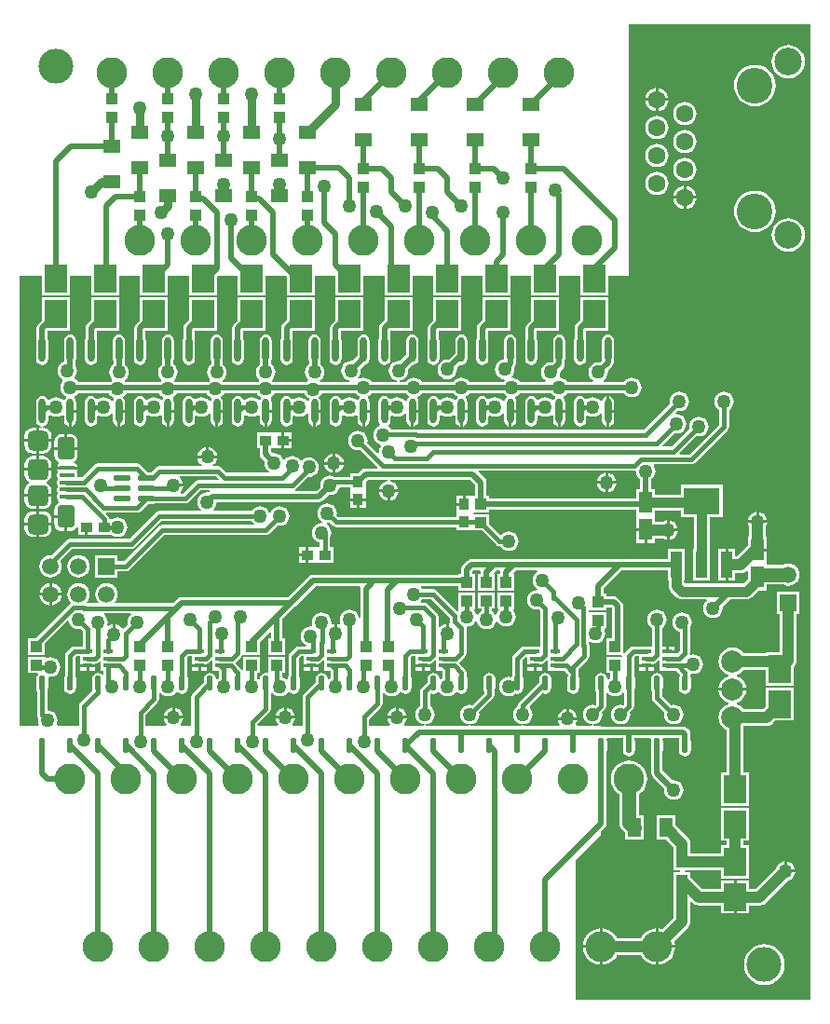
<source format=gbl>
G04 Layer_Physical_Order=2*
G04 Layer_Color=16711680*
%FSLAX25Y25*%
%MOIN*%
G70*
G01*
G75*
%ADD11R,0.03937X0.03937*%
%ADD16C,0.01500*%
%ADD17C,0.02000*%
%ADD18C,0.04000*%
%ADD19C,0.03000*%
%ADD20C,0.06299*%
%ADD21C,0.12795*%
%ADD22C,0.09843*%
%ADD23C,0.12500*%
%ADD24C,0.11000*%
%ADD25C,0.05906*%
%ADD26R,0.05906X0.05906*%
%ADD27R,0.05906X0.05906*%
%ADD28C,0.07874*%
%ADD29C,0.05000*%
%ADD30R,0.04724X0.07677*%
%ADD31R,0.03937X0.03740*%
%ADD32R,0.03740X0.03937*%
%ADD33R,0.08071X0.09843*%
%ADD34R,0.06496X0.04724*%
%ADD35R,0.04724X0.06693*%
G04:AMPARAMS|DCode=36|XSize=74.8mil|YSize=74.8mil|CornerRadius=18.7mil|HoleSize=0mil|Usage=FLASHONLY|Rotation=90.000|XOffset=0mil|YOffset=0mil|HoleType=Round|Shape=RoundedRectangle|*
%AMROUNDEDRECTD36*
21,1,0.07480,0.03740,0,0,90.0*
21,1,0.03740,0.07480,0,0,90.0*
1,1,0.03740,0.01870,0.01870*
1,1,0.03740,0.01870,-0.01870*
1,1,0.03740,-0.01870,-0.01870*
1,1,0.03740,-0.01870,0.01870*
%
%ADD36ROUNDEDRECTD36*%
G04:AMPARAMS|DCode=37|XSize=15.75mil|YSize=53.15mil|CornerRadius=3.94mil|HoleSize=0mil|Usage=FLASHONLY|Rotation=90.000|XOffset=0mil|YOffset=0mil|HoleType=Round|Shape=RoundedRectangle|*
%AMROUNDEDRECTD37*
21,1,0.01575,0.04528,0,0,90.0*
21,1,0.00787,0.05315,0,0,90.0*
1,1,0.00787,0.02264,0.00394*
1,1,0.00787,0.02264,-0.00394*
1,1,0.00787,-0.02264,-0.00394*
1,1,0.00787,-0.02264,0.00394*
%
%ADD37ROUNDEDRECTD37*%
G04:AMPARAMS|DCode=38|XSize=70.87mil|YSize=74.8mil|CornerRadius=17.72mil|HoleSize=0mil|Usage=FLASHONLY|Rotation=90.000|XOffset=0mil|YOffset=0mil|HoleType=Round|Shape=RoundedRectangle|*
%AMROUNDEDRECTD38*
21,1,0.07087,0.03937,0,0,90.0*
21,1,0.03543,0.07480,0,0,90.0*
1,1,0.03543,0.01969,0.01772*
1,1,0.03543,0.01969,-0.01772*
1,1,0.03543,-0.01969,-0.01772*
1,1,0.03543,-0.01969,0.01772*
%
%ADD38ROUNDEDRECTD38*%
G04:AMPARAMS|DCode=39|XSize=82.68mil|YSize=62.99mil|CornerRadius=15.75mil|HoleSize=0mil|Usage=FLASHONLY|Rotation=90.000|XOffset=0mil|YOffset=0mil|HoleType=Round|Shape=RoundedRectangle|*
%AMROUNDEDRECTD39*
21,1,0.08268,0.03150,0,0,90.0*
21,1,0.05118,0.06299,0,0,90.0*
1,1,0.03150,0.01575,0.02559*
1,1,0.03150,0.01575,-0.02559*
1,1,0.03150,-0.01575,-0.02559*
1,1,0.03150,-0.01575,0.02559*
%
%ADD39ROUNDEDRECTD39*%
%ADD40O,0.02362X0.08858*%
%ADD41O,0.02165X0.05512*%
%ADD42R,0.03347X0.01575*%
%ADD43R,0.12992X0.09449*%
%ADD44R,0.03937X0.09449*%
%ADD45O,0.06299X0.01969*%
%ADD46C,0.03500*%
%ADD47C,0.05000*%
%ADD48C,0.01000*%
G36*
X313587Y246213D02*
Y245941D01*
X316260D01*
X318933D01*
Y246292D01*
X319341Y246373D01*
X319920Y246760D01*
X320605Y247445D01*
X321067Y247254D01*
Y243653D01*
X323004D01*
X323216Y243442D01*
Y241042D01*
X322623Y240588D01*
X322219Y240728D01*
X322121Y240809D01*
X321962Y241608D01*
X321501Y242297D01*
X320813Y242757D01*
X320000Y242919D01*
X319187Y242757D01*
X318498Y242297D01*
X318038Y241608D01*
X317877Y240795D01*
Y239522D01*
X315738Y237384D01*
X315352Y236805D01*
X315216Y236122D01*
Y231043D01*
X314504Y230496D01*
X313943Y229765D01*
X313590Y228914D01*
X313470Y228000D01*
X313590Y227086D01*
X313943Y226235D01*
X314504Y225504D01*
X315235Y224943D01*
X316086Y224590D01*
X316771Y224500D01*
X316738Y224000D01*
X309617D01*
X309457Y224474D01*
X309496Y224504D01*
X310057Y225235D01*
X310410Y226086D01*
X310464Y226500D01*
X303536D01*
X303590Y226086D01*
X303943Y225235D01*
X304504Y224504D01*
X304543Y224474D01*
X304382Y224000D01*
X296905D01*
Y226382D01*
X301262Y230738D01*
X301648Y231317D01*
X301784Y232000D01*
X301784Y232000D01*
Y235620D01*
X302284Y235790D01*
X302504Y235504D01*
X303235Y234943D01*
X304086Y234590D01*
X305000Y234470D01*
X305914Y234590D01*
X306765Y234943D01*
X307496Y235504D01*
X307869Y235989D01*
X308470Y235990D01*
X308499Y235947D01*
X309187Y235487D01*
X310000Y235325D01*
X310813Y235487D01*
X311502Y235947D01*
X311962Y236636D01*
X312123Y237449D01*
Y240795D01*
X311962Y241608D01*
X311784Y241874D01*
Y248261D01*
X312298Y248775D01*
X313587D01*
Y246213D01*
D02*
G37*
G36*
X455000Y126000D02*
X371000D01*
Y176000D01*
X380000Y185000D01*
Y186116D01*
X381442Y187558D01*
X381884Y188220D01*
X382039Y189000D01*
Y214781D01*
X382123Y215205D01*
Y218551D01*
X382015Y219095D01*
X382363Y219595D01*
X387961D01*
Y218975D01*
X387877Y218551D01*
Y215205D01*
X388038Y214392D01*
X388498Y213703D01*
X389187Y213243D01*
X390000Y213081D01*
X390813Y213243D01*
X391501Y213703D01*
X391962Y214392D01*
X392124Y215205D01*
Y218551D01*
X392039Y218975D01*
Y219595D01*
X397637D01*
X397985Y219095D01*
X397877Y218551D01*
Y215205D01*
X397961Y214781D01*
Y207000D01*
X398116Y206220D01*
X398558Y205558D01*
X402545Y201571D01*
X402470Y201000D01*
X402590Y200086D01*
X402943Y199235D01*
X403504Y198504D01*
X404235Y197943D01*
X405086Y197590D01*
X406000Y197470D01*
X406914Y197590D01*
X407765Y197943D01*
X408496Y198504D01*
X409057Y199235D01*
X409410Y200086D01*
X409530Y201000D01*
X409410Y201914D01*
X409057Y202765D01*
X408496Y203496D01*
X407765Y204057D01*
X406914Y204410D01*
X406000Y204530D01*
X405429Y204455D01*
X402039Y207845D01*
Y214781D01*
X402123Y215205D01*
Y218551D01*
X402015Y219095D01*
X402363Y219595D01*
X407961D01*
Y218975D01*
X407876Y218551D01*
Y215205D01*
X408038Y214392D01*
X408498Y213703D01*
X409187Y213243D01*
X410000Y213081D01*
X410813Y213243D01*
X411502Y213703D01*
X411962Y214392D01*
X412123Y215205D01*
Y218551D01*
X412039Y218975D01*
Y221000D01*
X411884Y221780D01*
X411442Y222442D01*
X410808Y223076D01*
X410147Y223518D01*
X409366Y223673D01*
X380000D01*
Y224000D01*
X377262D01*
X377229Y224500D01*
X377914Y224590D01*
X378765Y224943D01*
X379496Y225504D01*
X380057Y226235D01*
X380410Y227086D01*
X380530Y228000D01*
X380413Y228890D01*
X381262Y229738D01*
X381648Y230317D01*
X381784Y231000D01*
Y235620D01*
X382284Y235790D01*
X382504Y235504D01*
X383235Y234943D01*
X384086Y234590D01*
X385000Y234470D01*
X385914Y234590D01*
X386765Y234943D01*
X387496Y235504D01*
X387716Y235790D01*
X388216Y235620D01*
Y231758D01*
X387848Y231418D01*
X387000Y231530D01*
X386086Y231410D01*
X385235Y231057D01*
X384504Y230496D01*
X383943Y229765D01*
X383590Y228914D01*
X383470Y228000D01*
X383590Y227086D01*
X383943Y226235D01*
X384504Y225504D01*
X385235Y224943D01*
X386086Y224590D01*
X387000Y224470D01*
X387914Y224590D01*
X388765Y224943D01*
X389496Y225504D01*
X390057Y226235D01*
X390410Y227086D01*
X390530Y228000D01*
X390413Y228890D01*
X391262Y229738D01*
X391649Y230317D01*
X391784Y231000D01*
Y236370D01*
X391962Y236636D01*
X392124Y237449D01*
Y240795D01*
X391962Y241608D01*
X391784Y241874D01*
Y248261D01*
X392298Y248775D01*
X393587D01*
Y246213D01*
Y245941D01*
X396260D01*
X398933D01*
Y246292D01*
X399341Y246373D01*
X399920Y246760D01*
X400605Y247445D01*
X401067Y247254D01*
Y243653D01*
X406413D01*
X406413Y243653D01*
Y243653D01*
X406887Y243590D01*
X408216Y242261D01*
Y241874D01*
X408038Y241608D01*
X407876Y240795D01*
Y237449D01*
X408038Y236636D01*
X408498Y235947D01*
X409187Y235487D01*
X410000Y235325D01*
X410813Y235487D01*
X411502Y235947D01*
X411962Y236636D01*
X412123Y237449D01*
Y240795D01*
X411962Y241608D01*
X411851Y241773D01*
X411933Y242330D01*
X412284Y242564D01*
X413000Y242470D01*
X413914Y242590D01*
X414765Y242943D01*
X415496Y243504D01*
X416057Y244235D01*
X416410Y245086D01*
X416530Y246000D01*
X416410Y246914D01*
X416057Y247765D01*
X415496Y248496D01*
X414765Y249057D01*
X413914Y249410D01*
X413000Y249530D01*
X412179Y249422D01*
X411920Y249606D01*
X411747Y249810D01*
X411784Y250000D01*
X411784Y250000D01*
Y258879D01*
X412057Y259235D01*
X412410Y260086D01*
X412530Y261000D01*
X412410Y261914D01*
X412057Y262765D01*
X411496Y263496D01*
X410765Y264057D01*
X409914Y264410D01*
X409000Y264530D01*
X408086Y264410D01*
X407235Y264057D01*
X406504Y263496D01*
X405943Y262765D01*
X405590Y261914D01*
X405470Y261000D01*
X405590Y260086D01*
X405943Y259235D01*
X406504Y258504D01*
X407235Y257943D01*
X408086Y257590D01*
X408216Y257573D01*
Y250739D01*
X407261Y249784D01*
X406413D01*
Y250059D01*
X403740D01*
Y250559D01*
X403240D01*
Y252346D01*
X401784D01*
Y258958D01*
X402496Y259504D01*
X403057Y260235D01*
X403410Y261086D01*
X403530Y262000D01*
X403410Y262914D01*
X403057Y263765D01*
X402496Y264496D01*
X401765Y265057D01*
X400914Y265410D01*
X400000Y265530D01*
X399086Y265410D01*
X398235Y265057D01*
X397504Y264496D01*
X396943Y263765D01*
X396590Y262914D01*
X396470Y262000D01*
X396590Y261086D01*
X396943Y260235D01*
X397504Y259504D01*
X398216Y258958D01*
Y252346D01*
X393587D01*
Y252343D01*
X391559D01*
X390876Y252207D01*
X390297Y251821D01*
X390297Y251821D01*
X388738Y250262D01*
X388469Y249858D01*
X387968Y250009D01*
Y253013D01*
X388009Y253218D01*
Y266914D01*
X388009Y266914D01*
X387854Y267694D01*
X387412Y268356D01*
X386078Y269690D01*
X385416Y270132D01*
X384636Y270287D01*
X381968D01*
Y271217D01*
X381039D01*
Y273155D01*
X387427Y279543D01*
X403976D01*
Y275858D01*
X404171D01*
Y274055D01*
X404266Y273337D01*
X404543Y272668D01*
X404984Y272094D01*
X407039Y270039D01*
X407613Y269598D01*
X408282Y269321D01*
X409000Y269226D01*
X417634D01*
X417804Y268726D01*
X417504Y268496D01*
X416943Y267765D01*
X416590Y266914D01*
X416470Y266000D01*
X416590Y265086D01*
X416943Y264235D01*
X417504Y263504D01*
X418235Y262943D01*
X419086Y262590D01*
X420000Y262470D01*
X420914Y262590D01*
X421765Y262943D01*
X422496Y263504D01*
X423057Y264235D01*
X423410Y265086D01*
X423530Y266000D01*
X423455Y266571D01*
X426110Y269226D01*
X432000D01*
X432718Y269321D01*
X433387Y269598D01*
X433961Y270039D01*
X436261Y272339D01*
X439362D01*
Y274470D01*
X445194D01*
X445968Y274149D01*
X447000Y274013D01*
X448032Y274149D01*
X448993Y274547D01*
X449819Y275181D01*
X450453Y276007D01*
X450851Y276968D01*
X450987Y278000D01*
X450851Y279032D01*
X450453Y279993D01*
X449819Y280819D01*
X448993Y281453D01*
X448032Y281851D01*
X447000Y281987D01*
X445968Y281851D01*
X445194Y281530D01*
X439362D01*
Y286323D01*
X436000D01*
Y287323D01*
X439362D01*
Y291661D01*
X439026D01*
Y295194D01*
X439057Y295235D01*
X439410Y296086D01*
X439464Y296500D01*
X432536D01*
X432590Y296086D01*
X432943Y295235D01*
X432974Y295194D01*
Y291661D01*
X432638D01*
Y288538D01*
X428709Y284609D01*
X428024D01*
Y287307D01*
X425555D01*
Y281583D01*
Y275858D01*
X428024D01*
Y278557D01*
X429962D01*
X430745Y278660D01*
X431475Y278962D01*
X432102Y279443D01*
X432176Y279517D01*
X432638Y279326D01*
Y278206D01*
X432590Y278091D01*
X432470Y277177D01*
X432561Y276484D01*
X430851Y274774D01*
X410149D01*
X409719Y275204D01*
Y275858D01*
X409913D01*
Y287307D01*
X403976D01*
Y283622D01*
X333583D01*
X332802Y283467D01*
X332141Y283025D01*
X330558Y281442D01*
X330116Y280780D01*
X329961Y280000D01*
Y278217D01*
X329031D01*
Y278039D01*
X277000D01*
X276220Y277884D01*
X275558Y277442D01*
X268155Y270039D01*
X230000D01*
X229220Y269884D01*
X228558Y269442D01*
X226900Y267784D01*
X206056D01*
X205898Y268284D01*
X206453Y269007D01*
X206851Y269968D01*
X206987Y271000D01*
X206851Y272032D01*
X206453Y272993D01*
X205819Y273819D01*
X204993Y274453D01*
X204032Y274851D01*
X203000Y274987D01*
X201968Y274851D01*
X201007Y274453D01*
X200181Y273819D01*
X199547Y272993D01*
X199149Y272032D01*
X199013Y271000D01*
X199149Y269968D01*
X199547Y269007D01*
X200101Y268284D01*
X199944Y267784D01*
X196124D01*
X196009Y267933D01*
X195898Y268284D01*
X196453Y269007D01*
X196851Y269968D01*
X196987Y271000D01*
X196851Y272032D01*
X196453Y272993D01*
X195819Y273819D01*
X194993Y274453D01*
X194032Y274851D01*
X193000Y274987D01*
X191968Y274851D01*
X191007Y274453D01*
X190181Y273819D01*
X189547Y272993D01*
X189149Y272032D01*
X189013Y271000D01*
X189149Y269968D01*
X189547Y269007D01*
X190147Y268226D01*
X190209Y268051D01*
X190196Y267657D01*
X189978Y267512D01*
X177683Y255217D01*
X175031D01*
Y249279D01*
X180968D01*
Y253455D01*
X189075Y261562D01*
X189549Y261402D01*
X189590Y261086D01*
X189943Y260235D01*
X190504Y259504D01*
X191235Y258943D01*
X192086Y258590D01*
X193000Y258470D01*
X193890Y258587D01*
X194476Y258001D01*
Y252346D01*
X193587D01*
Y252343D01*
X191559D01*
X190876Y252207D01*
X190297Y251821D01*
X190297Y251821D01*
X188738Y250262D01*
X188352Y249683D01*
X188216Y249000D01*
Y241874D01*
X188038Y241608D01*
X187876Y240795D01*
Y237449D01*
X188038Y236636D01*
X188498Y235947D01*
X189187Y235487D01*
X190000Y235325D01*
X190813Y235487D01*
X191501Y235947D01*
X191962Y236636D01*
X192123Y237449D01*
Y240795D01*
X191962Y241608D01*
X191784Y241874D01*
Y248261D01*
X192298Y248775D01*
X193587D01*
Y246213D01*
Y245941D01*
X196260D01*
Y245441D01*
D01*
Y245941D01*
X198933D01*
Y246216D01*
X199000D01*
X199683Y246352D01*
X200262Y246738D01*
X200605Y247082D01*
X201067Y246890D01*
Y243653D01*
X201956D01*
Y242448D01*
X201456Y242327D01*
X200813Y242757D01*
X200000Y242919D01*
X199187Y242757D01*
X198498Y242297D01*
X198038Y241608D01*
X197877Y240795D01*
Y237449D01*
X198038Y236636D01*
X198068Y236591D01*
X193738Y232262D01*
X193351Y231683D01*
X193216Y231000D01*
Y224000D01*
X185476D01*
X185167Y224500D01*
X185410Y225086D01*
X185530Y226000D01*
X185410Y226914D01*
X185057Y227765D01*
X184496Y228496D01*
X183765Y229057D01*
X182914Y229410D01*
X182000Y229530D01*
X181784Y229719D01*
Y236370D01*
X181962Y236636D01*
X182123Y237449D01*
Y240795D01*
X182065Y241089D01*
X182486Y241537D01*
X183000Y241470D01*
X183914Y241590D01*
X184765Y241943D01*
X185496Y242504D01*
X186057Y243235D01*
X186410Y244086D01*
X186530Y245000D01*
X186410Y245914D01*
X186057Y246765D01*
X185496Y247496D01*
X184765Y248057D01*
X183914Y248410D01*
X183000Y248530D01*
X182086Y248410D01*
X181468Y248154D01*
X180968Y248444D01*
Y248721D01*
X175031D01*
Y242783D01*
X178327D01*
X178474Y242366D01*
X178490Y242284D01*
X178038Y241608D01*
X177876Y240795D01*
Y237449D01*
X178038Y236636D01*
X178216Y236370D01*
Y228000D01*
X178351Y227317D01*
X178602Y226942D01*
X178590Y226914D01*
X178470Y226000D01*
X178590Y225086D01*
X178833Y224500D01*
X178524Y224000D01*
X172000D01*
Y385000D01*
X179965D01*
Y377878D01*
X190035D01*
Y385000D01*
X197465D01*
Y377878D01*
X207535D01*
Y385000D01*
X214965D01*
Y377878D01*
X225035D01*
Y385000D01*
X232465D01*
Y377878D01*
X242535D01*
Y384652D01*
X242884Y385000D01*
X249965D01*
Y377878D01*
X260035D01*
Y385000D01*
X267116D01*
X267465Y384652D01*
Y377878D01*
X277535D01*
Y385000D01*
X284965D01*
Y377878D01*
X295035D01*
Y385000D01*
X302465D01*
Y377878D01*
X312535D01*
Y385000D01*
X319965D01*
Y377878D01*
X330035D01*
Y385000D01*
X337465D01*
Y377878D01*
X347535D01*
Y385000D01*
X354965D01*
Y377878D01*
X365035D01*
Y385000D01*
X372465D01*
Y377878D01*
X382535D01*
Y385000D01*
X390000D01*
Y475000D01*
X455000D01*
Y126000D01*
D02*
G37*
G36*
X233587Y246213D02*
Y245941D01*
X236260D01*
Y245441D01*
D01*
Y245941D01*
X238933D01*
Y246292D01*
X239341Y246373D01*
X239920Y246760D01*
X240605Y247445D01*
X241067Y247254D01*
Y243653D01*
X243004D01*
X243216Y243442D01*
Y241042D01*
X242623Y240588D01*
X242219Y240728D01*
X242121Y240809D01*
X241962Y241608D01*
X241501Y242297D01*
X240813Y242757D01*
X240000Y242919D01*
X239187Y242757D01*
X238498Y242297D01*
X238038Y241608D01*
X237877Y240795D01*
Y239522D01*
X233859Y235505D01*
X233472Y234926D01*
X233337Y234243D01*
Y224000D01*
X229618D01*
X229457Y224474D01*
X229496Y224504D01*
X230057Y225235D01*
X230410Y226086D01*
X230464Y226500D01*
X223536D01*
X223590Y226086D01*
X223943Y225235D01*
X224504Y224504D01*
X224543Y224474D01*
X224382Y224000D01*
X216966D01*
Y228004D01*
X221262Y232299D01*
X221262Y232299D01*
X221649Y232878D01*
X221784Y233561D01*
Y235620D01*
X222284Y235790D01*
X222504Y235504D01*
X223235Y234943D01*
X224086Y234590D01*
X225000Y234470D01*
X225914Y234590D01*
X226765Y234943D01*
X227496Y235504D01*
X227869Y235989D01*
X228470Y235990D01*
X228499Y235947D01*
X229187Y235487D01*
X230000Y235325D01*
X230813Y235487D01*
X231502Y235947D01*
X231962Y236636D01*
X232123Y237449D01*
Y240795D01*
X231962Y241608D01*
X231784Y241874D01*
Y248261D01*
X232298Y248775D01*
X233587D01*
Y246213D01*
D02*
G37*
G36*
X273587D02*
Y245941D01*
X276260D01*
X278933D01*
Y246292D01*
X279341Y246373D01*
X279920Y246760D01*
X280605Y247445D01*
X281067Y247254D01*
Y243653D01*
X283004D01*
X283216Y243442D01*
Y241042D01*
X282624Y240588D01*
X282219Y240728D01*
X282121Y240809D01*
X281962Y241608D01*
X281502Y242297D01*
X280813Y242757D01*
X280000Y242919D01*
X279187Y242757D01*
X278499Y242297D01*
X278038Y241608D01*
X277876Y240795D01*
Y239522D01*
X273738Y235384D01*
X273352Y234805D01*
X273216Y234122D01*
Y224000D01*
X269618D01*
X269457Y224474D01*
X269496Y224504D01*
X270057Y225235D01*
X270410Y226086D01*
X270464Y226500D01*
X263536D01*
X263590Y226086D01*
X263943Y225235D01*
X264504Y224504D01*
X264543Y224474D01*
X264383Y224000D01*
X257190D01*
X257023Y224500D01*
X261262Y228738D01*
X261649Y229317D01*
X261784Y230000D01*
X261784Y230000D01*
Y235620D01*
X262284Y235790D01*
X262504Y235504D01*
X263235Y234943D01*
X264086Y234590D01*
X265000Y234470D01*
X265914Y234590D01*
X266765Y234943D01*
X267496Y235504D01*
X267869Y235989D01*
X268470Y235990D01*
X268498Y235947D01*
X269187Y235487D01*
X270000Y235325D01*
X270813Y235487D01*
X271501Y235947D01*
X271962Y236636D01*
X272124Y237449D01*
Y240795D01*
X271962Y241608D01*
X271784Y241874D01*
Y247820D01*
X272739Y248775D01*
X273587D01*
Y246213D01*
D02*
G37*
G36*
X294053Y273461D02*
X293961Y273000D01*
Y262560D01*
X293461Y262527D01*
X293410Y262914D01*
X293057Y263765D01*
X292496Y264496D01*
X291765Y265057D01*
X290914Y265410D01*
X290000Y265530D01*
X289086Y265410D01*
X288235Y265057D01*
X287504Y264496D01*
X286943Y263765D01*
X286590Y262914D01*
X286470Y262000D01*
X286590Y261086D01*
X286798Y260585D01*
X286415Y260202D01*
X285914Y260410D01*
X285500Y260464D01*
Y257000D01*
X284500D01*
Y260464D01*
X284086Y260410D01*
X283878Y260324D01*
X283481Y260628D01*
X283530Y261000D01*
X283410Y261914D01*
X283057Y262765D01*
X282496Y263496D01*
X281765Y264057D01*
X280914Y264410D01*
X280000Y264530D01*
X279086Y264410D01*
X278235Y264057D01*
X277504Y263496D01*
X276943Y262765D01*
X276590Y261914D01*
X276470Y261000D01*
X276590Y260086D01*
X276676Y259878D01*
X276372Y259481D01*
X276000Y259530D01*
X275086Y259410D01*
X274235Y259057D01*
X273504Y258496D01*
X272943Y257765D01*
X272590Y256914D01*
X272470Y256000D01*
X272590Y255086D01*
X272943Y254235D01*
X273504Y253504D01*
X274235Y252943D01*
X274467Y252847D01*
X274368Y252346D01*
X273587D01*
Y252343D01*
X272000D01*
X272000Y252343D01*
X271317Y252207D01*
X270738Y251821D01*
X270738Y251821D01*
X268738Y249821D01*
X268352Y249242D01*
X268216Y248559D01*
Y241874D01*
X268038Y241608D01*
X267879Y240809D01*
X267781Y240728D01*
X267376Y240588D01*
X266765Y241057D01*
X265914Y241410D01*
X265784Y241427D01*
Y242783D01*
X266968D01*
Y248721D01*
X261032D01*
Y243185D01*
X261017Y243156D01*
X260531Y242813D01*
X260000Y242919D01*
X259187Y242757D01*
X258499Y242297D01*
X258038Y241608D01*
X257879Y240809D01*
X257781Y240728D01*
X257377Y240588D01*
X256784Y241042D01*
Y242783D01*
X257968D01*
Y248721D01*
X252031D01*
Y244009D01*
X251532Y243858D01*
X251262Y244262D01*
X251262Y244262D01*
X249219Y246304D01*
X249262Y246738D01*
X251262Y248738D01*
X251262Y248738D01*
X251546Y249163D01*
X252031Y249279D01*
Y249279D01*
X252031Y249279D01*
X257968D01*
Y254085D01*
X261499Y257615D01*
X261961Y257424D01*
Y255217D01*
X261032D01*
Y249279D01*
X266968D01*
Y255217D01*
X266039D01*
Y262155D01*
X270442Y266558D01*
X277845Y273961D01*
X293681D01*
X294053Y273461D01*
D02*
G37*
G36*
X357222Y279093D02*
X357217Y279044D01*
X356504Y278496D01*
X355943Y277765D01*
X355590Y276914D01*
X355470Y276000D01*
X355590Y275086D01*
X355943Y274235D01*
X356504Y273504D01*
X357139Y273016D01*
X357007Y272553D01*
X356993Y272529D01*
X356086Y272410D01*
X355235Y272057D01*
X354504Y271496D01*
X353943Y270765D01*
X353590Y269914D01*
X353470Y269000D01*
X353590Y268086D01*
X353943Y267235D01*
X354504Y266504D01*
X355235Y265943D01*
X356086Y265590D01*
X357000Y265470D01*
X357849Y265581D01*
X358216Y265242D01*
Y252346D01*
X353587D01*
Y252343D01*
X352559D01*
X352559Y252343D01*
X351876Y252207D01*
X351297Y251821D01*
X351297Y251821D01*
X348738Y249262D01*
X348352Y248683D01*
X348216Y248000D01*
Y241874D01*
X348038Y241608D01*
X348009Y241461D01*
X347914Y241410D01*
X347000Y241530D01*
X346086Y241410D01*
X345235Y241057D01*
X344504Y240496D01*
X343943Y239765D01*
X343590Y238914D01*
X343470Y238000D01*
X343590Y237086D01*
X343943Y236235D01*
X344504Y235504D01*
X345235Y234943D01*
X346086Y234590D01*
X347000Y234470D01*
X347914Y234590D01*
X348765Y234943D01*
X349415Y235442D01*
X350000Y235325D01*
X350813Y235487D01*
X351501Y235947D01*
X351962Y236636D01*
X352123Y237449D01*
Y240795D01*
X351962Y241608D01*
X351784Y241874D01*
Y247261D01*
X353087Y248563D01*
X353587Y248356D01*
Y245941D01*
X356260D01*
X358933D01*
Y246292D01*
X359341Y246373D01*
X359920Y246760D01*
X360605Y247445D01*
X361067Y247254D01*
Y243653D01*
X366413D01*
X366413Y243653D01*
Y243653D01*
X366887Y243590D01*
X368216Y242261D01*
Y241874D01*
X368038Y241608D01*
X367877Y240795D01*
Y237449D01*
X368038Y236636D01*
X368498Y235947D01*
X369187Y235487D01*
X370000Y235325D01*
X370813Y235487D01*
X371501Y235947D01*
X371962Y236636D01*
X372124Y237449D01*
Y240795D01*
X371962Y241608D01*
X371784Y241874D01*
Y244261D01*
X375262Y247738D01*
X375262Y247738D01*
X375648Y248317D01*
X375784Y249000D01*
Y252500D01*
X375648Y253183D01*
X375534Y253354D01*
Y253915D01*
X375983Y254136D01*
X376235Y253943D01*
X377086Y253590D01*
X378000Y253470D01*
X378914Y253590D01*
X379765Y253943D01*
X380496Y254504D01*
X381057Y255235D01*
X381410Y256086D01*
X381530Y257000D01*
X381410Y257914D01*
X381257Y258283D01*
X381591Y258784D01*
X381968D01*
Y264721D01*
X376031D01*
Y264721D01*
X375534Y264727D01*
Y265273D01*
X376031Y265280D01*
X376034Y265280D01*
X381968D01*
Y266209D01*
X383791D01*
X383931Y266069D01*
Y255217D01*
X382031D01*
Y249279D01*
X387373D01*
X387646Y248899D01*
X387554Y248721D01*
X382031D01*
Y242783D01*
X383216D01*
Y241042D01*
X382624Y240588D01*
X382219Y240728D01*
X382121Y240809D01*
X381962Y241608D01*
X381502Y242297D01*
X380813Y242757D01*
X380000Y242919D01*
X379187Y242757D01*
X378499Y242297D01*
X378038Y241608D01*
X377876Y240795D01*
Y237449D01*
X378038Y236636D01*
X378216Y236370D01*
Y231758D01*
X377849Y231418D01*
X377000Y231530D01*
X376086Y231410D01*
X375235Y231057D01*
X374504Y230496D01*
X373943Y229765D01*
X373590Y228914D01*
X373470Y228000D01*
X373590Y227086D01*
X373943Y226235D01*
X374504Y225504D01*
X375235Y224943D01*
X376086Y224590D01*
X376771Y224500D01*
X376738Y224000D01*
X371124D01*
X370877Y224500D01*
X371057Y224735D01*
X371410Y225586D01*
X371464Y226000D01*
X364536D01*
X364590Y225586D01*
X364943Y224735D01*
X365123Y224500D01*
X364876Y224000D01*
X352677D01*
X352251Y224177D01*
X352229Y224500D01*
X352257Y224504D01*
X352914Y224590D01*
X353765Y224943D01*
X354496Y225504D01*
X355057Y226235D01*
X355410Y227086D01*
X355530Y228000D01*
X355410Y228914D01*
X355057Y229765D01*
X354496Y230496D01*
X354458Y230525D01*
X354426Y231024D01*
X359008Y235607D01*
X359187Y235487D01*
X360000Y235325D01*
X360813Y235487D01*
X361502Y235947D01*
X361962Y236636D01*
X362123Y237449D01*
Y240795D01*
X361962Y241608D01*
X361502Y242297D01*
X360813Y242757D01*
X360000Y242919D01*
X359187Y242757D01*
X358499Y242297D01*
X358038Y241608D01*
X357876Y240795D01*
Y239522D01*
X350738Y232384D01*
X350352Y231805D01*
X350216Y231122D01*
Y231043D01*
X349504Y230496D01*
X348943Y229765D01*
X348590Y228914D01*
X348470Y228000D01*
X348590Y227086D01*
X348943Y226235D01*
X349504Y225504D01*
X350235Y224943D01*
X351086Y224590D01*
X351743Y224504D01*
X351771Y224500D01*
X351749Y224177D01*
X351323Y224000D01*
X333677D01*
X333251Y224177D01*
X333229Y224500D01*
X333257Y224504D01*
X333914Y224590D01*
X334765Y224943D01*
X335496Y225504D01*
X336057Y226235D01*
X336410Y227086D01*
X336530Y228000D01*
X336413Y228890D01*
X341262Y233738D01*
X341262Y233738D01*
X341649Y234317D01*
X341784Y235000D01*
Y236370D01*
X341962Y236636D01*
X342124Y237449D01*
Y240795D01*
X341962Y241608D01*
X341501Y242297D01*
X340813Y242757D01*
X340000Y242919D01*
X339187Y242757D01*
X338498Y242297D01*
X338038Y241608D01*
X337877Y240795D01*
Y237449D01*
X338038Y236636D01*
X338216Y236370D01*
Y235739D01*
X333890Y231413D01*
X333000Y231530D01*
X332086Y231410D01*
X331235Y231057D01*
X330504Y230496D01*
X329943Y229765D01*
X329590Y228914D01*
X329470Y228000D01*
X329590Y227086D01*
X329943Y226235D01*
X330504Y225504D01*
X331235Y224943D01*
X332086Y224590D01*
X332743Y224504D01*
X332771Y224500D01*
X332749Y224177D01*
X332323Y224000D01*
X317262D01*
X317229Y224500D01*
X317914Y224590D01*
X318765Y224943D01*
X319496Y225504D01*
X320057Y226235D01*
X320410Y227086D01*
X320530Y228000D01*
X320410Y228914D01*
X320057Y229765D01*
X319496Y230496D01*
X318784Y231043D01*
Y235155D01*
X318984Y235320D01*
X319246Y235475D01*
X320000Y235325D01*
X320813Y235487D01*
X321501Y235947D01*
X321530Y235990D01*
X322131Y235989D01*
X322504Y235504D01*
X323235Y234943D01*
X324086Y234590D01*
X325000Y234470D01*
X325914Y234590D01*
X326765Y234943D01*
X327496Y235504D01*
X327869Y235989D01*
X328470Y235990D01*
X328499Y235947D01*
X329187Y235487D01*
X330000Y235325D01*
X330813Y235487D01*
X331502Y235947D01*
X331962Y236636D01*
X332123Y237449D01*
Y240795D01*
X331962Y241608D01*
X331784Y241874D01*
Y243000D01*
X331648Y243683D01*
X331262Y244262D01*
X331262Y244262D01*
X329219Y246304D01*
X329262Y246738D01*
X331262Y248738D01*
X331262Y248738D01*
X331648Y249317D01*
X331784Y250000D01*
X331784Y250000D01*
Y258990D01*
X331772Y259053D01*
X332193Y259495D01*
X332914Y259590D01*
X333765Y259943D01*
X334496Y260504D01*
X335057Y261235D01*
X335064Y261251D01*
X335577Y261184D01*
X335590Y261086D01*
X335943Y260235D01*
X336504Y259504D01*
X337235Y258943D01*
X338086Y258590D01*
X339000Y258470D01*
X339914Y258590D01*
X340765Y258943D01*
X341496Y259504D01*
X342057Y260235D01*
X342410Y261086D01*
X342423Y261184D01*
X342936Y261251D01*
X342943Y261235D01*
X343504Y260504D01*
X344235Y259943D01*
X345086Y259590D01*
X346000Y259470D01*
X346914Y259590D01*
X347765Y259943D01*
X348496Y260504D01*
X349057Y261235D01*
X349410Y262086D01*
X349530Y263000D01*
X349410Y263914D01*
X349057Y264765D01*
X348659Y265283D01*
X348906Y265784D01*
X348969D01*
Y271721D01*
X343032D01*
Y265784D01*
X343094D01*
X343340Y265283D01*
X342943Y264765D01*
X342590Y263914D01*
X342577Y263816D01*
X342064Y263749D01*
X342057Y263765D01*
X341496Y264496D01*
X340784Y265042D01*
Y265784D01*
X341968D01*
Y271721D01*
X336032D01*
Y265784D01*
X337216D01*
Y265042D01*
X336504Y264496D01*
X335943Y263765D01*
X335936Y263749D01*
X335423Y263816D01*
X335410Y263914D01*
X335057Y264765D01*
X334660Y265283D01*
X334906Y265784D01*
X334968D01*
Y271721D01*
X329031D01*
Y265784D01*
X329031D01*
X329072Y265283D01*
X328974Y265123D01*
X328459Y265064D01*
X321262Y272262D01*
X320683Y272649D01*
X320000Y272784D01*
X316042D01*
X315523Y273461D01*
X315570Y273713D01*
X315654Y273961D01*
X329031D01*
Y272280D01*
X334968D01*
Y278217D01*
X334039D01*
Y279155D01*
X334427Y279543D01*
X336675D01*
X336992Y279157D01*
X336961Y279000D01*
Y278217D01*
X336032D01*
Y272280D01*
X341968D01*
Y278217D01*
X341754D01*
X341562Y278678D01*
X342427Y279543D01*
X343675D01*
X343992Y279157D01*
X343961Y279000D01*
Y278217D01*
X343032D01*
Y272280D01*
X348969D01*
Y278217D01*
X348754D01*
X348562Y278678D01*
X349427Y279543D01*
X357086D01*
X357222Y279093D01*
D02*
G37*
G36*
X211790Y263716D02*
X211504Y263496D01*
X210943Y262765D01*
X210590Y261914D01*
X210470Y261000D01*
X210587Y260110D01*
X209225Y258748D01*
X208583Y258813D01*
X208246Y259251D01*
X207515Y259812D01*
X206664Y260165D01*
X206250Y260220D01*
Y256755D01*
X205250D01*
Y260220D01*
X204836Y260165D01*
X203985Y259812D01*
X203773Y259650D01*
X203363Y259965D01*
X203415Y260091D01*
X203535Y261005D01*
X203415Y261919D01*
X203062Y262770D01*
X202501Y263501D01*
X202222Y263716D01*
X202392Y264216D01*
X211620D01*
X211790Y263716D01*
D02*
G37*
G36*
X325966Y262511D02*
Y261240D01*
X326039Y260872D01*
X326039Y260870D01*
X325618Y260449D01*
X325500Y260464D01*
Y257000D01*
X324500D01*
Y260464D01*
X324086Y260410D01*
X323235Y260057D01*
X322504Y259496D01*
X322284Y259210D01*
X321784Y259380D01*
Y263000D01*
X321649Y263683D01*
X321262Y264262D01*
X321262Y264262D01*
X318012Y267512D01*
X317433Y267899D01*
X316750Y268034D01*
X315656D01*
X315555Y268330D01*
X315520Y268534D01*
X316042Y269216D01*
X319261D01*
X325966Y262511D01*
D02*
G37*
%LPC*%
G36*
X306500Y230464D02*
X306086Y230410D01*
X305235Y230057D01*
X304504Y229496D01*
X303943Y228765D01*
X303590Y227914D01*
X303536Y227500D01*
X306500D01*
Y230464D01*
D02*
G37*
G36*
X307500D02*
Y227500D01*
X310464D01*
X310410Y227914D01*
X310057Y228765D01*
X309496Y229496D01*
X308765Y230057D01*
X307914Y230410D01*
X307500Y230464D01*
D02*
G37*
G36*
X318933Y244941D02*
X316760D01*
Y243653D01*
X318933D01*
Y244941D01*
D02*
G37*
G36*
X315760D02*
X313587D01*
Y243653D01*
X315760D01*
Y244941D01*
D02*
G37*
G36*
X183252Y295539D02*
X178988D01*
Y291472D01*
X180457D01*
X181180Y291567D01*
X181854Y291847D01*
X182433Y292291D01*
X182878Y292870D01*
X183157Y293544D01*
X183252Y294268D01*
Y295539D01*
D02*
G37*
G36*
X177988D02*
X173724D01*
Y294268D01*
X173819Y293544D01*
X174099Y292870D01*
X174543Y292291D01*
X175122Y291847D01*
X175796Y291567D01*
X176520Y291472D01*
X177988D01*
Y295539D01*
D02*
G37*
G36*
X407464Y293500D02*
X404500D01*
Y290536D01*
X404914Y290590D01*
X405765Y290943D01*
X406496Y291504D01*
X407057Y292235D01*
X407410Y293086D01*
X407464Y293500D01*
D02*
G37*
G36*
X188008Y298295D02*
X184336D01*
Y296236D01*
X184424Y295564D01*
X184684Y294938D01*
X185097Y294400D01*
X185635Y293987D01*
X186261Y293728D01*
X186933Y293639D01*
X188008D01*
Y298295D01*
D02*
G37*
G36*
X180457Y300607D02*
X178988D01*
Y296539D01*
X183252D01*
Y297811D01*
X183157Y298535D01*
X182878Y299209D01*
X182433Y299788D01*
X181854Y300232D01*
X181180Y300511D01*
X180457Y300607D01*
D02*
G37*
G36*
X177988D02*
X176520D01*
X175796Y300511D01*
X175122Y300232D01*
X174543Y299788D01*
X174099Y299209D01*
X173819Y298535D01*
X173724Y297811D01*
Y296539D01*
X177988D01*
Y300607D01*
D02*
G37*
G36*
X404500Y297464D02*
Y294500D01*
X407464D01*
X407410Y294914D01*
X407057Y295765D01*
X406496Y296496D01*
X405765Y297057D01*
X404914Y297410D01*
X404500Y297464D01*
D02*
G37*
G36*
X424555Y287307D02*
X422087D01*
Y282019D01*
X422029Y281583D01*
X422087Y281147D01*
Y275858D01*
X424555D01*
Y281583D01*
Y287307D01*
D02*
G37*
G36*
X446500Y175464D02*
Y172500D01*
X449464D01*
X449410Y172914D01*
X449057Y173765D01*
X448496Y174496D01*
X447765Y175057D01*
X446914Y175410D01*
X446500Y175464D01*
D02*
G37*
G36*
X183500Y274921D02*
Y271500D01*
X186921D01*
X186851Y272032D01*
X186453Y272993D01*
X185819Y273819D01*
X184993Y274453D01*
X184032Y274851D01*
X183500Y274921D01*
D02*
G37*
G36*
X193000Y284987D02*
X191968Y284851D01*
X191007Y284453D01*
X190181Y283819D01*
X189547Y282993D01*
X189149Y282032D01*
X189013Y281000D01*
X189149Y279968D01*
X189547Y279007D01*
X190181Y278181D01*
X191007Y277547D01*
X191968Y277149D01*
X193000Y277013D01*
X194032Y277149D01*
X194993Y277547D01*
X195819Y278181D01*
X196453Y279007D01*
X196851Y279968D01*
X196987Y281000D01*
X196851Y282032D01*
X196453Y282993D01*
X195819Y283819D01*
X194993Y284453D01*
X194032Y284851D01*
X193000Y284987D01*
D02*
G37*
G36*
X395500Y293677D02*
X392638D01*
Y289339D01*
X395500D01*
Y293677D01*
D02*
G37*
G36*
X274350Y287870D02*
X271882D01*
Y285500D01*
X274350D01*
Y287870D01*
D02*
G37*
G36*
Y284500D02*
X271882D01*
Y282130D01*
X274350D01*
Y284500D01*
D02*
G37*
G36*
X445500Y175464D02*
X445086Y175410D01*
X444235Y175057D01*
X443504Y174496D01*
X442943Y173765D01*
X442590Y172914D01*
X442583Y172863D01*
X435447Y165727D01*
X433035D01*
Y168622D01*
X428500D01*
Y162701D01*
Y156780D01*
X433035D01*
Y159675D01*
X436701D01*
X437484Y159778D01*
X438214Y160080D01*
X438840Y160561D01*
X446863Y168583D01*
X446914Y168590D01*
X447765Y168943D01*
X448496Y169504D01*
X449057Y170235D01*
X449410Y171086D01*
X449464Y171500D01*
X446000D01*
Y172000D01*
X445500D01*
Y175464D01*
D02*
G37*
G36*
X307464Y307500D02*
X304500D01*
Y304536D01*
X304914Y304590D01*
X305765Y304943D01*
X306496Y305504D01*
X307057Y306235D01*
X307410Y307086D01*
X307464Y307500D01*
D02*
G37*
G36*
X303500D02*
X300536D01*
X300590Y307086D01*
X300943Y306235D01*
X301504Y305504D01*
X302235Y304943D01*
X303086Y304590D01*
X303500Y304536D01*
Y307500D01*
D02*
G37*
G36*
X183233Y315224D02*
X178469D01*
X173704D01*
Y313854D01*
X173802Y313105D01*
X174091Y312407D01*
X174551Y311807D01*
X175151Y311347D01*
X175336Y311271D01*
Y310729D01*
X175151Y310653D01*
X174551Y310193D01*
X174091Y309593D01*
X173802Y308895D01*
X173704Y308146D01*
Y306776D01*
X178469D01*
X183233D01*
Y308146D01*
X183135Y308895D01*
X182846Y309593D01*
X182386Y310193D01*
X181786Y310653D01*
X181601Y310729D01*
Y311271D01*
X181786Y311347D01*
X182386Y311807D01*
X182846Y312407D01*
X183135Y313105D01*
X183233Y313854D01*
Y315224D01*
D02*
G37*
G36*
X406482Y144500D02*
X400500D01*
Y138518D01*
X401274Y138594D01*
X402499Y138966D01*
X403629Y139569D01*
X404618Y140382D01*
X405431Y141371D01*
X406034Y142500D01*
X406406Y143726D01*
X406482Y144500D01*
D02*
G37*
G36*
X379500Y151482D02*
X378726Y151406D01*
X377501Y151034D01*
X376371Y150431D01*
X375382Y149618D01*
X374569Y148629D01*
X373966Y147500D01*
X373594Y146274D01*
X373518Y145500D01*
X379500D01*
Y151482D01*
D02*
G37*
G36*
X399500D02*
X398726Y151406D01*
X397500Y151034D01*
X396371Y150431D01*
X395382Y149618D01*
X394569Y148629D01*
X394247Y148026D01*
X385753D01*
X385431Y148629D01*
X384618Y149618D01*
X383629Y150431D01*
X382500Y151034D01*
X381274Y151406D01*
X380500Y151482D01*
Y145000D01*
Y138518D01*
X381274Y138594D01*
X382500Y138966D01*
X383629Y139569D01*
X384618Y140382D01*
X385431Y141371D01*
X385753Y141974D01*
X394247D01*
X394569Y141371D01*
X395382Y140382D01*
X396371Y139569D01*
X397500Y138966D01*
X398726Y138594D01*
X399500Y138518D01*
Y145000D01*
Y151482D01*
D02*
G37*
G36*
X177969Y305776D02*
X173704D01*
Y304405D01*
X173802Y303656D01*
X174091Y302958D01*
X174551Y302359D01*
X175151Y301899D01*
X175849Y301609D01*
X176598Y301511D01*
X177969D01*
Y305776D01*
D02*
G37*
G36*
X436500Y300464D02*
Y297500D01*
X439464D01*
X439410Y297914D01*
X439057Y298765D01*
X438496Y299496D01*
X437765Y300057D01*
X436914Y300410D01*
X436500Y300464D01*
D02*
G37*
G36*
X435500D02*
X435086Y300410D01*
X434235Y300057D01*
X433504Y299496D01*
X432943Y298765D01*
X432590Y297914D01*
X432536Y297500D01*
X435500D01*
Y300464D01*
D02*
G37*
G36*
X183233Y305776D02*
X178969D01*
Y301511D01*
X180339D01*
X181088Y301609D01*
X181786Y301899D01*
X182386Y302359D01*
X182846Y302958D01*
X183135Y303656D01*
X183233Y304405D01*
Y305776D01*
D02*
G37*
G36*
X330500Y306118D02*
X328130D01*
Y303650D01*
X330500D01*
Y306118D01*
D02*
G37*
G36*
X295870Y304350D02*
X293500D01*
Y301882D01*
X295870D01*
Y304350D01*
D02*
G37*
G36*
X292500D02*
X290130D01*
Y301882D01*
X292500D01*
Y304350D01*
D02*
G37*
G36*
X182500Y274921D02*
X181968Y274851D01*
X181007Y274453D01*
X180181Y273819D01*
X179547Y272993D01*
X179149Y272032D01*
X179079Y271500D01*
X182500D01*
Y274921D01*
D02*
G37*
G36*
X198933Y244941D02*
X196760D01*
Y243653D01*
X198933D01*
Y244941D01*
D02*
G37*
G36*
X195760D02*
X193587D01*
Y243653D01*
X195760D01*
Y244941D01*
D02*
G37*
G36*
X449035Y237622D02*
X438965D01*
Y230945D01*
X438046Y230026D01*
X430901D01*
X430521Y230521D01*
X429490Y231312D01*
X428483Y231729D01*
Y232271D01*
X429490Y232687D01*
X430521Y233479D01*
X431313Y234510D01*
X431810Y235711D01*
X431914Y236500D01*
X427000D01*
X422086D01*
X422190Y235711D01*
X422687Y234510D01*
X423479Y233479D01*
X424510Y232687D01*
X425517Y232271D01*
Y231729D01*
X424510Y231312D01*
X423479Y230521D01*
X422687Y229490D01*
X422190Y228289D01*
X422020Y227000D01*
X422190Y225711D01*
X422687Y224510D01*
X423479Y223479D01*
X424510Y222688D01*
X424974Y222495D01*
Y207221D01*
X422965D01*
Y195378D01*
X433035D01*
Y207221D01*
X431026D01*
Y223974D01*
X439299D01*
X440082Y224077D01*
X440812Y224379D01*
X441439Y224860D01*
X442358Y225780D01*
X449035D01*
Y237622D01*
D02*
G37*
G36*
X400000Y242919D02*
X399187Y242757D01*
X398499Y242297D01*
X398038Y241608D01*
X397877Y240795D01*
Y237449D01*
X398038Y236636D01*
X398216Y236370D01*
Y234000D01*
X398352Y233317D01*
X398738Y232738D01*
X402587Y228890D01*
X402470Y228000D01*
X402590Y227086D01*
X402943Y226235D01*
X403504Y225504D01*
X404235Y224943D01*
X405086Y224590D01*
X406000Y224470D01*
X406914Y224590D01*
X407765Y224943D01*
X408496Y225504D01*
X409057Y226235D01*
X409410Y227086D01*
X409530Y228000D01*
X409410Y228914D01*
X409057Y229765D01*
X408496Y230496D01*
X407765Y231057D01*
X406914Y231410D01*
X406000Y231530D01*
X405110Y231413D01*
X401784Y234739D01*
Y236370D01*
X401962Y236636D01*
X402123Y237449D01*
Y240795D01*
X401962Y241608D01*
X401502Y242297D01*
X400813Y242757D01*
X400000Y242919D01*
D02*
G37*
G36*
X406413Y252346D02*
X404240D01*
Y251059D01*
X406413D01*
Y252346D01*
D02*
G37*
G36*
X450953Y271953D02*
X443047D01*
Y264047D01*
X443974D01*
Y250220D01*
X438965D01*
Y250026D01*
X430901D01*
X430521Y250521D01*
X429490Y251312D01*
X428289Y251810D01*
X427000Y251980D01*
X425711Y251810D01*
X424510Y251312D01*
X423479Y250521D01*
X422687Y249490D01*
X422190Y248289D01*
X422020Y247000D01*
X422190Y245711D01*
X422687Y244510D01*
X423479Y243479D01*
X424510Y242688D01*
X425517Y242271D01*
Y241729D01*
X424510Y241313D01*
X423479Y240521D01*
X422687Y239490D01*
X422190Y238289D01*
X422086Y237500D01*
X427000D01*
X431914D01*
X431810Y238289D01*
X431313Y239490D01*
X430521Y240521D01*
X429490Y241313D01*
X428483Y241729D01*
Y242271D01*
X429490Y242688D01*
X430521Y243479D01*
X430901Y243974D01*
X438965D01*
Y238378D01*
X449035D01*
Y245055D01*
X449140Y245160D01*
X449620Y245786D01*
X449923Y246516D01*
X450026Y247299D01*
Y264047D01*
X450953D01*
Y271953D01*
D02*
G37*
G36*
X390000Y211531D02*
X388726Y211406D01*
X387501Y211034D01*
X386371Y210431D01*
X385382Y209618D01*
X384569Y208629D01*
X383966Y207500D01*
X383594Y206274D01*
X383469Y205000D01*
X383594Y203726D01*
X383966Y202501D01*
X384569Y201371D01*
X385382Y200382D01*
X386371Y199569D01*
X386470Y199517D01*
Y189291D01*
X386590Y188378D01*
X386943Y187526D01*
X387504Y186795D01*
X388429Y185870D01*
Y183153D01*
X395153D01*
Y186471D01*
X395201Y186586D01*
X395321Y187500D01*
X395201Y188414D01*
X395153Y188529D01*
Y191847D01*
X393530D01*
Y199517D01*
X393629Y199569D01*
X394618Y200382D01*
X395431Y201371D01*
X396034Y202501D01*
X396406Y203726D01*
X396531Y205000D01*
X396406Y206274D01*
X396034Y207500D01*
X395431Y208629D01*
X394618Y209618D01*
X393629Y210431D01*
X392499Y211034D01*
X391274Y211406D01*
X390000Y211531D01*
D02*
G37*
G36*
X186921Y270500D02*
X183500D01*
Y267079D01*
X184032Y267149D01*
X184993Y267547D01*
X185819Y268181D01*
X186453Y269007D01*
X186851Y269968D01*
X186921Y270500D01*
D02*
G37*
G36*
X182500D02*
X179079D01*
X179149Y269968D01*
X179547Y269007D01*
X180181Y268181D01*
X181007Y267547D01*
X181968Y267149D01*
X182500Y267079D01*
Y270500D01*
D02*
G37*
G36*
X433035Y194622D02*
X422965D01*
Y182780D01*
X424974D01*
Y181220D01*
X422965D01*
Y178274D01*
X412026D01*
Y181709D01*
X411923Y182492D01*
X411621Y183222D01*
X411140Y183848D01*
X406571Y188417D01*
Y191847D01*
X399847D01*
Y183153D01*
X403276D01*
X405974Y180455D01*
Y175248D01*
X406032Y174812D01*
Y172280D01*
X408170D01*
X408353Y171780D01*
X408283Y171721D01*
X406032D01*
Y169188D01*
X405974Y168752D01*
Y155253D01*
X401928Y151207D01*
X401274Y151406D01*
X400500Y151482D01*
Y145500D01*
X406482D01*
X406406Y146274D01*
X406208Y146928D01*
X411140Y151860D01*
X411621Y152487D01*
X411923Y153217D01*
X412026Y154000D01*
Y160793D01*
X412488Y160985D01*
X412912Y160561D01*
X413538Y160080D01*
X414268Y159778D01*
X415051Y159675D01*
X422965D01*
Y156780D01*
X427500D01*
Y162701D01*
Y168622D01*
X422965D01*
Y165727D01*
X416305D01*
X411969Y170063D01*
Y171721D01*
X409924D01*
X409923Y171722D01*
X410139Y172222D01*
X422965D01*
Y169378D01*
X433035D01*
Y181220D01*
X431026D01*
Y182780D01*
X433035D01*
Y194622D01*
D02*
G37*
G36*
X398933Y244941D02*
X396760D01*
Y243653D01*
X398933D01*
Y244941D01*
D02*
G37*
G36*
X395760D02*
X393587D01*
Y243653D01*
X395760D01*
Y244941D01*
D02*
G37*
G36*
X365035Y377122D02*
X354965D01*
Y369049D01*
X353558Y367643D01*
X353116Y366981D01*
X352961Y366201D01*
Y362646D01*
X352945Y362623D01*
X352776Y361772D01*
Y355276D01*
X352945Y354425D01*
X353428Y353703D01*
X354149Y353221D01*
X355000Y353052D01*
X355851Y353221D01*
X356573Y353703D01*
X357055Y354425D01*
X357224Y355276D01*
Y361772D01*
X357055Y362623D01*
X357039Y362646D01*
Y365280D01*
X365035D01*
Y377122D01*
D02*
G37*
G36*
X382535D02*
X372465D01*
Y369049D01*
X371058Y367643D01*
X370616Y366981D01*
X370461Y366201D01*
Y362646D01*
X370445Y362623D01*
X370276Y361772D01*
Y355276D01*
X370445Y354425D01*
X370928Y353703D01*
X371649Y353221D01*
X372500Y353052D01*
X373351Y353221D01*
X374073Y353703D01*
X374555Y354425D01*
X374724Y355276D01*
Y361772D01*
X374555Y362623D01*
X374539Y362646D01*
Y365280D01*
X382535D01*
Y377122D01*
D02*
G37*
G36*
X330035D02*
X319965D01*
Y369049D01*
X318558Y367643D01*
X318116Y366981D01*
X317961Y366201D01*
Y362646D01*
X317945Y362623D01*
X317776Y361772D01*
Y355276D01*
X317945Y354425D01*
X318427Y353703D01*
X319149Y353221D01*
X320000Y353052D01*
X320851Y353221D01*
X321572Y353703D01*
X322055Y354425D01*
X322224Y355276D01*
Y361772D01*
X322055Y362623D01*
X322039Y362646D01*
Y365280D01*
X330035D01*
Y377122D01*
D02*
G37*
G36*
X347535D02*
X337465D01*
Y369049D01*
X336058Y367643D01*
X335616Y366981D01*
X335461Y366201D01*
Y362646D01*
X335445Y362623D01*
X335276Y361772D01*
Y355276D01*
X335445Y354425D01*
X335928Y353703D01*
X336649Y353221D01*
X337500Y353052D01*
X338351Y353221D01*
X339072Y353703D01*
X339555Y354425D01*
X339724Y355276D01*
Y361772D01*
X339555Y362623D01*
X339539Y362646D01*
Y365280D01*
X347535D01*
Y377122D01*
D02*
G37*
G36*
X447000Y405450D02*
X445839Y405336D01*
X444723Y404997D01*
X443694Y404447D01*
X442793Y403707D01*
X442053Y402806D01*
X441503Y401777D01*
X441164Y400661D01*
X441050Y399500D01*
X441164Y398339D01*
X441503Y397223D01*
X442053Y396194D01*
X442793Y395293D01*
X443694Y394553D01*
X444723Y394003D01*
X445839Y393664D01*
X447000Y393550D01*
X448161Y393664D01*
X449277Y394003D01*
X450306Y394553D01*
X451207Y395293D01*
X451947Y396194D01*
X452497Y397223D01*
X452836Y398339D01*
X452950Y399500D01*
X452836Y400661D01*
X452497Y401777D01*
X451947Y402806D01*
X451207Y403707D01*
X450306Y404447D01*
X449277Y404997D01*
X448161Y405336D01*
X447000Y405450D01*
D02*
G37*
G36*
X435000Y415433D02*
X433550Y415291D01*
X432155Y414868D01*
X430870Y414181D01*
X429744Y413256D01*
X428819Y412130D01*
X428132Y410845D01*
X427709Y409450D01*
X427567Y408000D01*
X427709Y406550D01*
X428132Y405155D01*
X428819Y403870D01*
X429744Y402744D01*
X430870Y401819D01*
X432155Y401132D01*
X433550Y400709D01*
X435000Y400567D01*
X436450Y400709D01*
X437845Y401132D01*
X439130Y401819D01*
X440256Y402744D01*
X441181Y403870D01*
X441868Y405155D01*
X442291Y406550D01*
X442433Y408000D01*
X442291Y409450D01*
X441868Y410845D01*
X441181Y412130D01*
X440256Y413256D01*
X439130Y414181D01*
X437845Y414868D01*
X436450Y415291D01*
X435000Y415433D01*
D02*
G37*
G36*
X382500Y363996D02*
X381649Y363826D01*
X380927Y363344D01*
X380445Y362623D01*
X380276Y361772D01*
Y355276D01*
X380378Y354762D01*
X379571Y353955D01*
X379000Y354030D01*
X378086Y353910D01*
X377235Y353557D01*
X376504Y352996D01*
X375943Y352265D01*
X375590Y351414D01*
X375470Y350500D01*
X375590Y349586D01*
X375943Y348735D01*
X376504Y348004D01*
X377109Y347539D01*
X376956Y347039D01*
X367847D01*
X367496Y347496D01*
X366765Y348057D01*
X365914Y348410D01*
X365464Y348469D01*
X365440Y348485D01*
X365172Y349012D01*
X365410Y349586D01*
X365530Y350500D01*
X365455Y351071D01*
X366442Y352058D01*
X366884Y352720D01*
X367039Y353500D01*
Y354402D01*
X367055Y354425D01*
X367224Y355276D01*
Y361772D01*
X367055Y362623D01*
X366572Y363344D01*
X365851Y363826D01*
X365000Y363996D01*
X364149Y363826D01*
X363427Y363344D01*
X362945Y362623D01*
X362776Y361772D01*
Y355276D01*
X362945Y354425D01*
X362961Y354402D01*
Y354345D01*
X362571Y353955D01*
X362000Y354030D01*
X361086Y353910D01*
X360235Y353557D01*
X359504Y352996D01*
X358943Y352265D01*
X358590Y351414D01*
X358470Y350500D01*
X358590Y349586D01*
X358943Y348735D01*
X359504Y348004D01*
X360109Y347539D01*
X359956Y347039D01*
X350847D01*
X350496Y347496D01*
X349765Y348057D01*
X348914Y348410D01*
X348171Y348508D01*
X348004Y348981D01*
X348000Y349008D01*
Y349008D01*
X348557Y349735D01*
X348910Y350586D01*
X349030Y351500D01*
X348954Y352077D01*
X349384Y352720D01*
X349539Y353500D01*
Y354402D01*
X349555Y354425D01*
X349724Y355276D01*
Y361772D01*
X349555Y362623D01*
X349073Y363344D01*
X348351Y363826D01*
X347500Y363996D01*
X346649Y363826D01*
X345928Y363344D01*
X345445Y362623D01*
X345276Y361772D01*
Y355276D01*
X345059Y354972D01*
X344586Y354910D01*
X343735Y354557D01*
X343004Y353996D01*
X342443Y353265D01*
X342090Y352414D01*
X341970Y351500D01*
X342090Y350586D01*
X342443Y349735D01*
X343004Y349004D01*
X343735Y348443D01*
X344586Y348090D01*
X345329Y347992D01*
X345496Y347519D01*
X345500Y347492D01*
Y347492D01*
X345153Y347039D01*
X332847D01*
X332496Y347496D01*
X331765Y348057D01*
X330914Y348410D01*
X330000Y348530D01*
X329086Y348410D01*
X328235Y348057D01*
X327504Y347496D01*
X327153Y347039D01*
X315847D01*
X315496Y347496D01*
X314765Y348057D01*
X313914Y348410D01*
X313000Y348530D01*
X312086Y348410D01*
X311235Y348057D01*
X310504Y347496D01*
X310153Y347039D01*
X308060D01*
X308027Y347539D01*
X308414Y347590D01*
X309265Y347943D01*
X309996Y348504D01*
X310557Y349235D01*
X310910Y350086D01*
X311030Y351000D01*
X310955Y351571D01*
X312446Y353062D01*
X312500Y353052D01*
X313351Y353221D01*
X314072Y353703D01*
X314555Y354425D01*
X314724Y355276D01*
Y361772D01*
X314555Y362623D01*
X314072Y363344D01*
X313351Y363826D01*
X312500Y363996D01*
X311649Y363826D01*
X310928Y363344D01*
X310445Y362623D01*
X310276Y361772D01*
Y356660D01*
X308071Y354455D01*
X307500Y354530D01*
X306586Y354410D01*
X305735Y354057D01*
X305004Y353496D01*
X304443Y352765D01*
X304090Y351914D01*
X303970Y351000D01*
X304090Y350086D01*
X304443Y349235D01*
X305004Y348504D01*
X305735Y347943D01*
X306586Y347590D01*
X306973Y347539D01*
X306940Y347039D01*
X297847D01*
X297496Y347496D01*
X296765Y348057D01*
X295914Y348410D01*
X295000Y348530D01*
X294086Y348410D01*
X293235Y348057D01*
X292932Y348454D01*
X292996Y348504D01*
X293557Y349235D01*
X293910Y350086D01*
X294030Y351000D01*
X293955Y351571D01*
X295544Y353160D01*
X295851Y353221D01*
X296572Y353703D01*
X297055Y354425D01*
X297224Y355276D01*
Y361772D01*
X297055Y362623D01*
X296572Y363344D01*
X295851Y363826D01*
X295000Y363996D01*
X294149Y363826D01*
X293427Y363344D01*
X292945Y362623D01*
X292776Y361772D01*
Y356160D01*
X291071Y354455D01*
X290500Y354530D01*
X289586Y354410D01*
X288735Y354057D01*
X288004Y353496D01*
X287443Y352765D01*
X287090Y351914D01*
X286970Y351000D01*
X287090Y350086D01*
X287443Y349235D01*
X288004Y348504D01*
X288735Y347943D01*
X289586Y347590D01*
X289973Y347539D01*
X289940Y347039D01*
X279665D01*
X279419Y347487D01*
X279439Y347576D01*
X279996Y348004D01*
X280557Y348735D01*
X280910Y349586D01*
X281030Y350500D01*
X280910Y351414D01*
X280557Y352265D01*
X279996Y352996D01*
X279539Y353347D01*
Y354402D01*
X279555Y354425D01*
X279724Y355276D01*
Y361772D01*
X279555Y362623D01*
X279072Y363344D01*
X278351Y363826D01*
X277500Y363996D01*
X276649Y363826D01*
X275927Y363344D01*
X275445Y362623D01*
X275276Y361772D01*
Y355276D01*
X275445Y354425D01*
X275461Y354402D01*
Y353347D01*
X275004Y352996D01*
X274443Y352265D01*
X274090Y351414D01*
X273970Y350500D01*
X274090Y349586D01*
X274443Y348735D01*
X275004Y348004D01*
X275124Y347911D01*
X275061Y347329D01*
X274683Y347039D01*
X262440D01*
X262165Y347250D01*
Y347750D01*
X262496Y348004D01*
X263057Y348735D01*
X263410Y349586D01*
X263530Y350500D01*
X263410Y351414D01*
X263057Y352265D01*
X262496Y352996D01*
X262039Y353347D01*
Y354402D01*
X262055Y354425D01*
X262224Y355276D01*
Y361772D01*
X262055Y362623D01*
X261573Y363344D01*
X260851Y363826D01*
X260000Y363996D01*
X259149Y363826D01*
X258428Y363344D01*
X257945Y362623D01*
X257776Y361772D01*
Y355276D01*
X257945Y354425D01*
X257961Y354402D01*
Y353347D01*
X257504Y352996D01*
X256943Y352265D01*
X256590Y351414D01*
X256470Y350500D01*
X256590Y349586D01*
X256943Y348735D01*
X257504Y348004D01*
X257687Y347863D01*
X257707Y347306D01*
X257422Y347039D01*
X244885D01*
X244744Y347210D01*
X244817Y347866D01*
X244996Y348004D01*
X245557Y348735D01*
X245910Y349586D01*
X246030Y350500D01*
X245910Y351414D01*
X245557Y352265D01*
X244996Y352996D01*
X244539Y353347D01*
Y354402D01*
X244555Y354425D01*
X244724Y355276D01*
Y361772D01*
X244555Y362623D01*
X244073Y363344D01*
X243351Y363826D01*
X242500Y363996D01*
X241649Y363826D01*
X240928Y363344D01*
X240445Y362623D01*
X240276Y361772D01*
Y355276D01*
X240445Y354425D01*
X240461Y354402D01*
Y353347D01*
X240004Y352996D01*
X239443Y352265D01*
X239090Y351414D01*
X238970Y350500D01*
X239090Y349586D01*
X239443Y348735D01*
X240004Y348004D01*
X240033Y347981D01*
X240000Y347377D01*
X239560Y347039D01*
X227440D01*
X227166Y347250D01*
Y347750D01*
X227496Y348004D01*
X228057Y348735D01*
X228410Y349586D01*
X228530Y350500D01*
X228410Y351414D01*
X228057Y352265D01*
X227496Y352996D01*
X227039Y353347D01*
Y354402D01*
X227055Y354425D01*
X227224Y355276D01*
Y361772D01*
X227055Y362623D01*
X226572Y363344D01*
X225851Y363826D01*
X225000Y363996D01*
X224149Y363826D01*
X223428Y363344D01*
X222945Y362623D01*
X222776Y361772D01*
Y355276D01*
X222945Y354425D01*
X222961Y354402D01*
Y353347D01*
X222504Y352996D01*
X221943Y352265D01*
X221590Y351414D01*
X221470Y350500D01*
X221590Y349586D01*
X221943Y348735D01*
X222504Y348004D01*
X222687Y347863D01*
X222707Y347306D01*
X222422Y347039D01*
X209885D01*
X209744Y347210D01*
X209817Y347866D01*
X209996Y348004D01*
X210557Y348735D01*
X210910Y349586D01*
X211030Y350500D01*
X210910Y351414D01*
X210557Y352265D01*
X209996Y352996D01*
X209539Y353347D01*
Y354402D01*
X209555Y354425D01*
X209724Y355276D01*
Y361772D01*
X209555Y362623D01*
X209072Y363344D01*
X208351Y363826D01*
X207500Y363996D01*
X206649Y363826D01*
X205927Y363344D01*
X205445Y362623D01*
X205276Y361772D01*
Y355276D01*
X205445Y354425D01*
X205461Y354402D01*
Y353347D01*
X205004Y352996D01*
X204443Y352265D01*
X204090Y351414D01*
X203970Y350500D01*
X204090Y349586D01*
X204443Y348735D01*
X205004Y348004D01*
X205033Y347981D01*
X205000Y347377D01*
X204560Y347039D01*
X192847D01*
X192496Y347496D01*
X191765Y348057D01*
X191696Y348086D01*
X191616Y348660D01*
X192057Y349235D01*
X192410Y350086D01*
X192530Y351000D01*
X192410Y351914D01*
X192057Y352765D01*
X192039Y352789D01*
Y354402D01*
X192054Y354425D01*
X192224Y355276D01*
Y361772D01*
X192054Y362623D01*
X191572Y363344D01*
X190851Y363826D01*
X190000Y363996D01*
X189149Y363826D01*
X188427Y363344D01*
X187945Y362623D01*
X187776Y361772D01*
Y355276D01*
X187945Y354425D01*
X187524Y354177D01*
X187235Y354057D01*
X186504Y353496D01*
X185943Y352765D01*
X185590Y351914D01*
X185470Y351000D01*
X185590Y350086D01*
X185943Y349235D01*
X186504Y348504D01*
X187235Y347943D01*
X187304Y347914D01*
X187384Y347340D01*
X186943Y346765D01*
X186590Y345914D01*
X186470Y345000D01*
X186590Y344086D01*
X186943Y343235D01*
X187504Y342504D01*
X188235Y341943D01*
X188461Y341849D01*
X188510Y341352D01*
X188427Y341297D01*
X188001Y340659D01*
X187700Y340562D01*
X187430Y340547D01*
X186765Y341057D01*
X185914Y341410D01*
X185000Y341530D01*
X184086Y341410D01*
X183235Y341057D01*
X182570Y340547D01*
X182300Y340562D01*
X181999Y340659D01*
X181572Y341297D01*
X180851Y341779D01*
X180000Y341948D01*
X179149Y341779D01*
X178428Y341297D01*
X177945Y340575D01*
X177776Y339724D01*
Y333228D01*
X177945Y332377D01*
X178428Y331656D01*
X179149Y331174D01*
X179649Y331074D01*
X179883Y331028D01*
X179833Y330528D01*
X178969D01*
Y326461D01*
X183233D01*
Y327732D01*
X183137Y328456D01*
X182858Y329130D01*
X182414Y329709D01*
X181835Y330153D01*
X181160Y330433D01*
X180437Y330528D01*
X180167D01*
X180117Y331028D01*
X180351Y331074D01*
X180851Y331174D01*
X181572Y331656D01*
X182054Y332377D01*
X182224Y333228D01*
Y335088D01*
X182724Y335335D01*
X183235Y334943D01*
X184086Y334590D01*
X185000Y334470D01*
X185914Y334590D01*
X186765Y334943D01*
X187276Y335335D01*
X187776Y335088D01*
Y333228D01*
X187945Y332377D01*
X188427Y331656D01*
X189149Y331174D01*
X189500Y331104D01*
Y336476D01*
X190000D01*
Y336976D01*
X192224D01*
Y339724D01*
X192054Y340575D01*
X191572Y341297D01*
X191490Y341352D01*
X191540Y341849D01*
X191765Y341943D01*
X192496Y342504D01*
X192847Y342961D01*
X203849D01*
X203943Y342735D01*
X204504Y342004D01*
X205235Y341443D01*
X205490Y341337D01*
X205635Y340859D01*
X205445Y340575D01*
X205367Y340182D01*
X204833Y340058D01*
X204496Y340496D01*
X203765Y341057D01*
X202914Y341410D01*
X202000Y341530D01*
X201086Y341410D01*
X200235Y341057D01*
X199970Y340854D01*
X199294Y340966D01*
X199073Y341297D01*
X198351Y341779D01*
X197500Y341948D01*
X196649Y341779D01*
X195928Y341297D01*
X195446Y340575D01*
X195276Y339724D01*
Y333228D01*
X195446Y332377D01*
X195928Y331656D01*
X196649Y331174D01*
X197500Y331005D01*
X198351Y331174D01*
X199073Y331656D01*
X199555Y332377D01*
X199724Y333228D01*
Y334770D01*
X200172Y334991D01*
X200235Y334943D01*
X201086Y334590D01*
X202000Y334470D01*
X202914Y334590D01*
X203765Y334943D01*
X204496Y335504D01*
X204776Y335869D01*
X205276Y335699D01*
Y333228D01*
X205445Y332377D01*
X205927Y331656D01*
X206649Y331174D01*
X207000Y331104D01*
Y336476D01*
X207500D01*
Y336976D01*
X209724D01*
Y339724D01*
X209555Y340575D01*
X209072Y341297D01*
X209060Y341669D01*
X209496Y342004D01*
X210057Y342735D01*
X210151Y342961D01*
X221849D01*
X221943Y342735D01*
X222504Y342004D01*
X223235Y341443D01*
X223179Y340925D01*
X223001Y340659D01*
X222700Y340562D01*
X222430Y340547D01*
X221765Y341057D01*
X220914Y341410D01*
X220000Y341530D01*
X219086Y341410D01*
X218235Y341057D01*
X217570Y340547D01*
X217300Y340562D01*
X216999Y340659D01*
X216572Y341297D01*
X215851Y341779D01*
X215000Y341948D01*
X214149Y341779D01*
X213427Y341297D01*
X212945Y340575D01*
X212776Y339724D01*
Y333228D01*
X212945Y332377D01*
X213427Y331656D01*
X214149Y331174D01*
X215000Y331005D01*
X215851Y331174D01*
X216572Y331656D01*
X217055Y332377D01*
X217224Y333228D01*
Y335088D01*
X217724Y335335D01*
X218235Y334943D01*
X219086Y334590D01*
X220000Y334470D01*
X220914Y334590D01*
X221765Y334943D01*
X222276Y335335D01*
X222776Y335088D01*
Y333228D01*
X222945Y332377D01*
X223428Y331656D01*
X224149Y331174D01*
X224500Y331104D01*
Y336476D01*
X225000D01*
Y336976D01*
X227224D01*
Y339724D01*
X227055Y340575D01*
X226821Y340925D01*
X226765Y341443D01*
X227496Y342004D01*
X228057Y342735D01*
X228151Y342961D01*
X238849D01*
X238943Y342735D01*
X239504Y342004D01*
X240235Y341443D01*
X240490Y341337D01*
X240635Y340859D01*
X240445Y340575D01*
X240367Y340182D01*
X239833Y340058D01*
X239496Y340496D01*
X238765Y341057D01*
X237914Y341410D01*
X237000Y341530D01*
X236086Y341410D01*
X235235Y341057D01*
X234970Y340854D01*
X234294Y340966D01*
X234072Y341297D01*
X233351Y341779D01*
X232500Y341948D01*
X231649Y341779D01*
X230927Y341297D01*
X230445Y340575D01*
X230276Y339724D01*
Y333228D01*
X230445Y332377D01*
X230927Y331656D01*
X231649Y331174D01*
X232500Y331005D01*
X233351Y331174D01*
X234072Y331656D01*
X234555Y332377D01*
X234724Y333228D01*
Y334770D01*
X235172Y334991D01*
X235235Y334943D01*
X236086Y334590D01*
X237000Y334470D01*
X237914Y334590D01*
X238765Y334943D01*
X239496Y335504D01*
X239776Y335869D01*
X240276Y335699D01*
Y333228D01*
X240445Y332377D01*
X240928Y331656D01*
X241649Y331174D01*
X242000Y331104D01*
Y336476D01*
X242500D01*
Y336976D01*
X244724D01*
Y339724D01*
X244555Y340575D01*
X244073Y341297D01*
X244060Y341669D01*
X244496Y342004D01*
X245057Y342735D01*
X245151Y342961D01*
X256849D01*
X256943Y342735D01*
X257504Y342004D01*
X258235Y341443D01*
X258179Y340925D01*
X258001Y340659D01*
X257700Y340562D01*
X257430Y340547D01*
X256765Y341057D01*
X255914Y341410D01*
X255000Y341530D01*
X254086Y341410D01*
X253235Y341057D01*
X252570Y340547D01*
X252300Y340562D01*
X251999Y340659D01*
X251572Y341297D01*
X250851Y341779D01*
X250000Y341948D01*
X249149Y341779D01*
X248428Y341297D01*
X247945Y340575D01*
X247776Y339724D01*
Y333228D01*
X247945Y332377D01*
X248428Y331656D01*
X249149Y331174D01*
X250000Y331005D01*
X250851Y331174D01*
X251572Y331656D01*
X252055Y332377D01*
X252224Y333228D01*
Y335088D01*
X252724Y335335D01*
X253235Y334943D01*
X254086Y334590D01*
X255000Y334470D01*
X255914Y334590D01*
X256765Y334943D01*
X257276Y335335D01*
X257776Y335088D01*
Y333228D01*
X257945Y332377D01*
X258428Y331656D01*
X259149Y331174D01*
X259500Y331104D01*
Y336476D01*
X260000D01*
Y336976D01*
X262224D01*
Y339724D01*
X262055Y340575D01*
X261821Y340925D01*
X261765Y341443D01*
X262496Y342004D01*
X263057Y342735D01*
X263151Y342961D01*
X273810D01*
X273943Y342640D01*
X274504Y341909D01*
X275235Y341348D01*
X275440Y341263D01*
X275585Y340785D01*
X275445Y340575D01*
X275367Y340182D01*
X274833Y340058D01*
X274496Y340496D01*
X273765Y341057D01*
X272914Y341410D01*
X272000Y341530D01*
X271086Y341410D01*
X270235Y341057D01*
X269970Y340854D01*
X269294Y340966D01*
X269073Y341297D01*
X268351Y341779D01*
X267500Y341948D01*
X266649Y341779D01*
X265928Y341297D01*
X265445Y340575D01*
X265276Y339724D01*
Y333228D01*
X265445Y332377D01*
X265928Y331656D01*
X266649Y331174D01*
X267500Y331005D01*
X268351Y331174D01*
X269073Y331656D01*
X269555Y332377D01*
X269724Y333228D01*
Y334770D01*
X270172Y334991D01*
X270235Y334943D01*
X271086Y334590D01*
X272000Y334470D01*
X272914Y334590D01*
X273765Y334943D01*
X274496Y335504D01*
X274776Y335869D01*
X275276Y335699D01*
Y333228D01*
X275445Y332377D01*
X275927Y331656D01*
X276649Y331174D01*
X277000Y331104D01*
Y336476D01*
X277500D01*
Y336976D01*
X279724D01*
Y339724D01*
X279555Y340575D01*
X279072Y341297D01*
X279063Y341577D01*
X279496Y341909D01*
X280057Y342640D01*
X280190Y342961D01*
X292153D01*
X292504Y342504D01*
X293235Y341943D01*
X293460Y341849D01*
X293510Y341352D01*
X293427Y341297D01*
X293001Y340659D01*
X292700Y340562D01*
X292430Y340547D01*
X291765Y341057D01*
X290914Y341410D01*
X290000Y341530D01*
X289086Y341410D01*
X288235Y341057D01*
X287570Y340547D01*
X287300Y340562D01*
X286999Y340659D01*
X286573Y341297D01*
X285851Y341779D01*
X285000Y341948D01*
X284149Y341779D01*
X283428Y341297D01*
X282945Y340575D01*
X282776Y339724D01*
Y333228D01*
X282945Y332377D01*
X283428Y331656D01*
X284149Y331174D01*
X285000Y331005D01*
X285851Y331174D01*
X286573Y331656D01*
X287055Y332377D01*
X287224Y333228D01*
Y335088D01*
X287724Y335335D01*
X288235Y334943D01*
X289086Y334590D01*
X290000Y334470D01*
X290914Y334590D01*
X291765Y334943D01*
X292276Y335335D01*
X292776Y335088D01*
Y333228D01*
X292945Y332377D01*
X293427Y331656D01*
X294149Y331174D01*
X294500Y331104D01*
Y336476D01*
X295000D01*
Y336976D01*
X297224D01*
Y339724D01*
X297055Y340575D01*
X296572Y341297D01*
X296491Y341352D01*
X296539Y341849D01*
X296765Y341943D01*
X297496Y342504D01*
X297847Y342961D01*
X310153D01*
X310504Y342504D01*
X311123Y342029D01*
X311195Y341475D01*
X310928Y341297D01*
X310445Y340575D01*
X310367Y340182D01*
X309833Y340058D01*
X309496Y340496D01*
X308765Y341057D01*
X307914Y341410D01*
X307000Y341530D01*
X306086Y341410D01*
X305235Y341057D01*
X304970Y340854D01*
X304294Y340966D01*
X304072Y341297D01*
X303351Y341779D01*
X302500Y341948D01*
X301649Y341779D01*
X300927Y341297D01*
X300445Y340575D01*
X300276Y339724D01*
Y333228D01*
X300445Y332377D01*
X300807Y331836D01*
X300715Y331320D01*
X300660Y331233D01*
X300235Y331057D01*
X299504Y330496D01*
X298943Y329765D01*
X298590Y328914D01*
X298470Y328000D01*
X298590Y327086D01*
X298943Y326235D01*
X299504Y325504D01*
X300235Y324943D01*
X300979Y324634D01*
X301138Y324302D01*
X301179Y324074D01*
X300943Y323765D01*
X300590Y322914D01*
X300470Y322000D01*
X300506Y321724D01*
X300032Y321491D01*
X296413Y325110D01*
X296530Y326000D01*
X296410Y326914D01*
X296057Y327765D01*
X295496Y328496D01*
X294765Y329057D01*
X293914Y329410D01*
X293000Y329530D01*
X292086Y329410D01*
X291235Y329057D01*
X290504Y328496D01*
X289943Y327765D01*
X289590Y326914D01*
X289470Y326000D01*
X289590Y325086D01*
X289943Y324235D01*
X290504Y323504D01*
X291235Y322943D01*
X292086Y322590D01*
X293000Y322470D01*
X293890Y322587D01*
X299975Y316501D01*
X299784Y316039D01*
X295850D01*
X295070Y315884D01*
X294408Y315442D01*
X294408Y315442D01*
X293085Y314118D01*
X290130D01*
Y312934D01*
X284926D01*
X284765Y313057D01*
X283914Y313410D01*
X283000Y313530D01*
X282086Y313410D01*
X281235Y313057D01*
X280504Y312496D01*
X279943Y311765D01*
X279590Y310914D01*
X279470Y310000D01*
X279545Y309429D01*
X278155Y308039D01*
X270615D01*
X270464Y308539D01*
X270762Y308738D01*
X275052Y313029D01*
X275500Y312970D01*
X276414Y313090D01*
X277265Y313443D01*
X277996Y314004D01*
X278557Y314735D01*
X278910Y315586D01*
X279030Y316500D01*
X278910Y317414D01*
X278557Y318265D01*
X277996Y318996D01*
X277265Y319557D01*
X276414Y319910D01*
X275500Y320030D01*
X274586Y319910D01*
X273735Y319557D01*
X273004Y318996D01*
X272981Y318967D01*
X272377Y319000D01*
X271996Y319496D01*
X271265Y320057D01*
X270414Y320410D01*
X269500Y320530D01*
X268586Y320410D01*
X267735Y320057D01*
X267004Y319496D01*
X266813Y319247D01*
X266241Y319323D01*
X266057Y319765D01*
X265496Y320496D01*
X264765Y321057D01*
X263914Y321410D01*
X263000Y321530D01*
X262429Y321455D01*
X261890Y321994D01*
Y323130D01*
X262681D01*
X262819Y323130D01*
X263181D01*
X263319Y323130D01*
X265650D01*
Y326000D01*
Y328870D01*
X263319D01*
X263181Y328870D01*
X262819D01*
X262681Y328870D01*
X256882D01*
Y323130D01*
X257811D01*
Y321150D01*
X257966Y320369D01*
X258408Y319708D01*
X259545Y318571D01*
X259470Y318000D01*
X259590Y317086D01*
X259943Y316235D01*
X260504Y315504D01*
X261128Y315024D01*
X261019Y314559D01*
X261000Y314524D01*
X245999D01*
X244262Y316262D01*
X243683Y316649D01*
X243000Y316784D01*
X241219D01*
X241050Y317284D01*
X241596Y317704D01*
X242157Y318435D01*
X242510Y319286D01*
X242564Y319700D01*
X235636D01*
X235690Y319286D01*
X236043Y318435D01*
X236604Y317704D01*
X237151Y317284D01*
X236981Y316784D01*
X222000D01*
X222000Y316784D01*
X221317Y316649D01*
X220738Y316262D01*
X220738Y316262D01*
X219240Y314763D01*
X217831D01*
X215333Y317262D01*
X214754Y317649D01*
X214071Y317784D01*
X200000D01*
X200000Y317784D01*
X199317Y317649D01*
X198738Y317262D01*
X198738Y317262D01*
X194261Y312784D01*
X192998D01*
X192685Y313165D01*
Y313953D01*
X192577Y314496D01*
X192348Y314839D01*
X192577Y315181D01*
X192664Y315618D01*
X189000D01*
X185336D01*
X185423Y315181D01*
X185652Y314839D01*
X185423Y314496D01*
X185315Y313953D01*
Y313165D01*
X185423Y312622D01*
X185652Y312280D01*
X185423Y311937D01*
X185315Y311394D01*
Y310606D01*
X185423Y310063D01*
X185652Y309720D01*
X185423Y309378D01*
X185315Y308835D01*
Y308047D01*
X185423Y307504D01*
X185652Y307161D01*
X185423Y306819D01*
X185315Y306276D01*
Y305488D01*
X185423Y304944D01*
X185731Y304483D01*
X186007Y304299D01*
X185980Y303747D01*
X185635Y303603D01*
X185097Y303191D01*
X184684Y302653D01*
X184424Y302027D01*
X184336Y301354D01*
Y299295D01*
X188508D01*
Y298795D01*
X189008D01*
Y293639D01*
X190083D01*
X190755Y293728D01*
X191381Y293987D01*
X191919Y294400D01*
X192332Y294938D01*
X192382Y295059D01*
X192882Y294959D01*
Y292130D01*
X195350D01*
Y295000D01*
X196350D01*
Y292130D01*
X198681D01*
X198819Y292130D01*
X199181D01*
X199319Y292130D01*
X204991D01*
X205235Y291943D01*
X206086Y291590D01*
X207000Y291470D01*
X207914Y291590D01*
X208765Y291943D01*
X209496Y292504D01*
X210057Y293235D01*
X210410Y294086D01*
X210530Y295000D01*
X210410Y295914D01*
X210057Y296765D01*
X209496Y297496D01*
X208765Y298057D01*
X207914Y298410D01*
X207000Y298530D01*
X206086Y298410D01*
X205235Y298057D01*
X204991Y297870D01*
X203930D01*
X203798Y298533D01*
X203411Y299112D01*
X202770Y299754D01*
X202961Y300216D01*
X214071D01*
X214754Y300352D01*
X215333Y300738D01*
X217831Y303237D01*
X219496D01*
X220270Y303391D01*
X220397Y303476D01*
X231260D01*
X231943Y303611D01*
X232522Y303998D01*
X236739Y308216D01*
X239816D01*
X239968Y307716D01*
X239577Y307454D01*
X239000Y307530D01*
X238086Y307410D01*
X237235Y307057D01*
X236504Y306496D01*
X235943Y305765D01*
X235590Y304914D01*
X235470Y304000D01*
X235590Y303086D01*
X235943Y302235D01*
X236504Y301504D01*
X236790Y301284D01*
X236620Y300784D01*
X222000D01*
X222000Y300784D01*
X221317Y300648D01*
X220738Y300262D01*
X220738Y300262D01*
X211261Y290784D01*
X190000D01*
X189317Y290649D01*
X188738Y290262D01*
X188738Y290262D01*
X183410Y284933D01*
X183000Y284987D01*
X181968Y284851D01*
X181007Y284453D01*
X180181Y283819D01*
X179547Y282993D01*
X179149Y282032D01*
X179013Y281000D01*
X179149Y279968D01*
X179547Y279007D01*
X180181Y278181D01*
X181007Y277547D01*
X181968Y277149D01*
X183000Y277013D01*
X184032Y277149D01*
X184993Y277547D01*
X185819Y278181D01*
X186453Y279007D01*
X186851Y279968D01*
X186987Y281000D01*
X186851Y282032D01*
X186471Y282948D01*
X190739Y287216D01*
X212000D01*
X212683Y287351D01*
X213262Y287738D01*
X222739Y297216D01*
X254958D01*
X255504Y296504D01*
X255790Y296284D01*
X255620Y295784D01*
X223000D01*
X223000Y295784D01*
X222317Y295649D01*
X221738Y295262D01*
X221738Y295262D01*
X209261Y282784D01*
X206953D01*
Y284953D01*
X199047D01*
Y277047D01*
X206953D01*
Y279216D01*
X210000D01*
X210683Y279351D01*
X211262Y279738D01*
X223739Y292216D01*
X260000D01*
X260683Y292352D01*
X261262Y292738D01*
X264110Y295587D01*
X265000Y295470D01*
X265914Y295590D01*
X266765Y295943D01*
X267496Y296504D01*
X268057Y297235D01*
X268410Y298086D01*
X268530Y299000D01*
X268410Y299914D01*
X268057Y300765D01*
X267496Y301496D01*
X266765Y302057D01*
X265914Y302410D01*
X265000Y302530D01*
X264086Y302410D01*
X263235Y302057D01*
X262504Y301496D01*
X261943Y300765D01*
X261771Y300349D01*
X261229D01*
X261057Y300765D01*
X260496Y301496D01*
X259765Y302057D01*
X258914Y302410D01*
X258000Y302530D01*
X257086Y302410D01*
X256235Y302057D01*
X255504Y301496D01*
X254958Y300784D01*
X241380D01*
X241210Y301284D01*
X241496Y301504D01*
X242057Y302235D01*
X242410Y303086D01*
X242525Y303961D01*
X279000D01*
X279780Y304116D01*
X280442Y304558D01*
X282429Y306545D01*
X283000Y306470D01*
X283914Y306590D01*
X284765Y306943D01*
X285496Y307504D01*
X286057Y308235D01*
X286410Y309086D01*
X286447Y309365D01*
X290130D01*
Y308319D01*
X290130Y308181D01*
Y307819D01*
X290130Y307681D01*
Y305350D01*
X295870D01*
Y307681D01*
X295870Y307819D01*
Y308181D01*
X295870Y308319D01*
Y311136D01*
X296695Y311961D01*
X303440D01*
X303473Y311461D01*
X303086Y311410D01*
X302235Y311057D01*
X301504Y310496D01*
X300943Y309765D01*
X300590Y308914D01*
X300536Y308500D01*
X307464D01*
X307410Y308914D01*
X307057Y309765D01*
X306496Y310496D01*
X305765Y311057D01*
X304914Y311410D01*
X304527Y311461D01*
X304560Y311961D01*
X333155D01*
X334961Y310155D01*
Y306570D01*
X334607Y306217D01*
X334032Y306217D01*
X333572Y306118D01*
X331500D01*
Y303150D01*
X331000D01*
Y302650D01*
X328130D01*
Y300319D01*
X328130Y300181D01*
Y299819D01*
X328130Y299681D01*
Y298635D01*
X285889D01*
X285413Y299110D01*
X285530Y300000D01*
X285410Y300914D01*
X285057Y301765D01*
X284496Y302496D01*
X283765Y303057D01*
X282914Y303410D01*
X282000Y303530D01*
X281086Y303410D01*
X280235Y303057D01*
X279504Y302496D01*
X278943Y301765D01*
X278590Y300914D01*
X278470Y300000D01*
X278590Y299086D01*
X278943Y298235D01*
X279504Y297504D01*
X280139Y297016D01*
X280007Y296553D01*
X279993Y296529D01*
X279086Y296410D01*
X278235Y296057D01*
X277504Y295496D01*
X276943Y294765D01*
X276590Y293914D01*
X276470Y293000D01*
X276590Y292086D01*
X276943Y291235D01*
X277504Y290504D01*
X278235Y289943D01*
X279086Y289590D01*
X279365Y289553D01*
Y287870D01*
X278319D01*
X278181Y287870D01*
X277819D01*
X277681Y287870D01*
X275350D01*
Y285000D01*
Y282130D01*
X277681D01*
X277819Y282130D01*
X278181D01*
X278319Y282130D01*
X284118D01*
Y287870D01*
X282934D01*
Y291074D01*
X283057Y291235D01*
X283410Y292086D01*
X283530Y293000D01*
X283410Y293914D01*
X283057Y294765D01*
X282496Y295496D01*
X281861Y295984D01*
X281994Y296447D01*
X282007Y296471D01*
X282890Y296587D01*
X283888Y295589D01*
X284467Y295202D01*
X285150Y295066D01*
X328130D01*
Y293882D01*
X333870D01*
X334032Y293783D01*
Y293783D01*
X337445D01*
X342490Y288738D01*
X342490Y288738D01*
X343069Y288351D01*
X343752Y288216D01*
X343752Y288216D01*
X343957D01*
X344504Y287504D01*
X345235Y286943D01*
X346086Y286590D01*
X347000Y286470D01*
X347914Y286590D01*
X348765Y286943D01*
X349496Y287504D01*
X350057Y288235D01*
X350410Y289086D01*
X350530Y290000D01*
X350410Y290914D01*
X350057Y291765D01*
X349496Y292496D01*
X348765Y293057D01*
X347914Y293410D01*
X347000Y293530D01*
X346086Y293410D01*
X345235Y293057D01*
X344504Y292496D01*
X344420Y292387D01*
X343921Y292354D01*
X339968Y296307D01*
Y299721D01*
X334479D01*
X334246Y300061D01*
X334433Y300279D01*
X339968D01*
Y301209D01*
X392638D01*
Y298984D01*
Y294677D01*
X396000D01*
Y294177D01*
X396500D01*
Y289339D01*
X399362D01*
Y290974D01*
X402194D01*
X402235Y290943D01*
X403086Y290590D01*
X403500Y290536D01*
Y294000D01*
Y297464D01*
X403086Y297410D01*
X402235Y297057D01*
X402194Y297026D01*
X399362D01*
Y301049D01*
X408504D01*
Y298693D01*
X413226D01*
Y287307D01*
X413031D01*
Y275858D01*
X418968D01*
Y287307D01*
X418774D01*
Y298693D01*
X423496D01*
Y310142D01*
X408504D01*
Y306597D01*
X399362D01*
Y308661D01*
X398039D01*
Y312153D01*
X398496Y312504D01*
X399057Y313235D01*
X399410Y314086D01*
X399530Y315000D01*
X399410Y315914D01*
X399057Y316765D01*
X398864Y317017D01*
X399085Y317466D01*
X412250D01*
X412933Y317601D01*
X413512Y317988D01*
X425262Y329738D01*
X425648Y330317D01*
X425784Y331000D01*
X425784Y331000D01*
Y336958D01*
X426496Y337504D01*
X427057Y338235D01*
X427410Y339086D01*
X427530Y340000D01*
X427410Y340914D01*
X427057Y341765D01*
X426496Y342496D01*
X425765Y343057D01*
X424914Y343410D01*
X424000Y343530D01*
X423086Y343410D01*
X422235Y343057D01*
X421504Y342496D01*
X420943Y341765D01*
X420590Y340914D01*
X420470Y340000D01*
X420590Y339086D01*
X420943Y338235D01*
X421504Y337504D01*
X422216Y336958D01*
Y331739D01*
X411511Y321034D01*
X408211D01*
X408020Y321496D01*
X414110Y327587D01*
X415000Y327470D01*
X415914Y327590D01*
X416765Y327943D01*
X417496Y328504D01*
X418057Y329235D01*
X418410Y330086D01*
X418530Y331000D01*
X418410Y331914D01*
X418057Y332765D01*
X417496Y333496D01*
X416765Y334057D01*
X415914Y334410D01*
X415000Y334530D01*
X414086Y334410D01*
X413235Y334057D01*
X412504Y333496D01*
X411943Y332765D01*
X411590Y331914D01*
X411470Y331000D01*
X411587Y330110D01*
X405261Y323784D01*
X401961D01*
X401770Y324246D01*
X406110Y328587D01*
X407000Y328470D01*
X407914Y328590D01*
X408765Y328943D01*
X409496Y329504D01*
X410057Y330235D01*
X410410Y331086D01*
X410530Y332000D01*
X410410Y332914D01*
X410057Y333765D01*
X409496Y334496D01*
X408765Y335057D01*
X407914Y335410D01*
X407000Y335530D01*
X406724Y335494D01*
X406491Y335967D01*
X407110Y336587D01*
X408000Y336470D01*
X408914Y336590D01*
X409765Y336943D01*
X410496Y337504D01*
X411057Y338235D01*
X411410Y339086D01*
X411530Y340000D01*
X411410Y340914D01*
X411057Y341765D01*
X410496Y342496D01*
X409765Y343057D01*
X408914Y343410D01*
X408000Y343530D01*
X407086Y343410D01*
X406235Y343057D01*
X405504Y342496D01*
X404943Y341765D01*
X404590Y340914D01*
X404470Y340000D01*
X404587Y339110D01*
X395261Y329784D01*
X314543D01*
X314372Y329899D01*
X313689Y330034D01*
X304851D01*
X304496Y330496D01*
X303910Y330946D01*
X303856Y331511D01*
X304072Y331656D01*
X304555Y332377D01*
X304724Y333228D01*
Y334770D01*
X305172Y334991D01*
X305235Y334943D01*
X306086Y334590D01*
X307000Y334470D01*
X307914Y334590D01*
X308765Y334943D01*
X309496Y335504D01*
X309776Y335869D01*
X310276Y335699D01*
Y333228D01*
X310445Y332377D01*
X310928Y331656D01*
X311649Y331174D01*
X312000Y331104D01*
Y336476D01*
X312500D01*
Y336976D01*
X314724D01*
Y339724D01*
X314555Y340575D01*
X314168Y341154D01*
X314240Y341634D01*
X314296Y341749D01*
X314765Y341943D01*
X315496Y342504D01*
X315847Y342961D01*
X327153D01*
X327504Y342504D01*
X328235Y341943D01*
X328461Y341849D01*
X328509Y341352D01*
X328428Y341297D01*
X328001Y340659D01*
X327700Y340562D01*
X327430Y340547D01*
X326765Y341057D01*
X325914Y341410D01*
X325000Y341530D01*
X324086Y341410D01*
X323235Y341057D01*
X322570Y340547D01*
X322300Y340562D01*
X321999Y340659D01*
X321572Y341297D01*
X320851Y341779D01*
X320000Y341948D01*
X319149Y341779D01*
X318427Y341297D01*
X317945Y340575D01*
X317776Y339724D01*
Y333228D01*
X317945Y332377D01*
X318427Y331656D01*
X319149Y331174D01*
X320000Y331005D01*
X320851Y331174D01*
X321572Y331656D01*
X322055Y332377D01*
X322224Y333228D01*
Y335088D01*
X322724Y335335D01*
X323235Y334943D01*
X324086Y334590D01*
X325000Y334470D01*
X325914Y334590D01*
X326765Y334943D01*
X327276Y335335D01*
X327776Y335088D01*
Y333228D01*
X327945Y332377D01*
X328428Y331656D01*
X329149Y331174D01*
X329500Y331104D01*
Y336476D01*
X330000D01*
Y336976D01*
X332224D01*
Y339724D01*
X332055Y340575D01*
X331573Y341297D01*
X331490Y341352D01*
X331540Y341849D01*
X331765Y341943D01*
X332496Y342504D01*
X332847Y342961D01*
X345153D01*
X345504Y342504D01*
X346123Y342029D01*
X346195Y341475D01*
X345928Y341297D01*
X345445Y340575D01*
X345367Y340182D01*
X344833Y340058D01*
X344496Y340496D01*
X343765Y341057D01*
X342914Y341410D01*
X342000Y341530D01*
X341086Y341410D01*
X340235Y341057D01*
X339970Y340854D01*
X339294Y340966D01*
X339072Y341297D01*
X338351Y341779D01*
X337500Y341948D01*
X336649Y341779D01*
X335928Y341297D01*
X335445Y340575D01*
X335276Y339724D01*
Y333228D01*
X335445Y332377D01*
X335928Y331656D01*
X336649Y331174D01*
X337500Y331005D01*
X338351Y331174D01*
X339072Y331656D01*
X339555Y332377D01*
X339724Y333228D01*
Y334770D01*
X340172Y334991D01*
X340235Y334943D01*
X341086Y334590D01*
X342000Y334470D01*
X342914Y334590D01*
X343765Y334943D01*
X344496Y335504D01*
X344776Y335869D01*
X345276Y335699D01*
Y333228D01*
X345445Y332377D01*
X345928Y331656D01*
X346649Y331174D01*
X347000Y331104D01*
Y336476D01*
X347500D01*
Y336976D01*
X349724D01*
Y339724D01*
X349555Y340575D01*
X349168Y341154D01*
X349240Y341634D01*
X349296Y341749D01*
X349765Y341943D01*
X350496Y342504D01*
X350847Y342961D01*
X362153D01*
X362504Y342504D01*
X363235Y341943D01*
X363460Y341849D01*
X363509Y341352D01*
X363427Y341297D01*
X363001Y340659D01*
X362700Y340562D01*
X362430Y340547D01*
X361765Y341057D01*
X360914Y341410D01*
X360000Y341530D01*
X359086Y341410D01*
X358235Y341057D01*
X357570Y340547D01*
X357300Y340562D01*
X356999Y340659D01*
X356573Y341297D01*
X355851Y341779D01*
X355000Y341948D01*
X354149Y341779D01*
X353428Y341297D01*
X352945Y340575D01*
X352776Y339724D01*
Y333228D01*
X352945Y332377D01*
X353428Y331656D01*
X354149Y331174D01*
X355000Y331005D01*
X355851Y331174D01*
X356573Y331656D01*
X357055Y332377D01*
X357224Y333228D01*
Y335088D01*
X357724Y335335D01*
X358235Y334943D01*
X359086Y334590D01*
X360000Y334470D01*
X360914Y334590D01*
X361765Y334943D01*
X362276Y335335D01*
X362776Y335088D01*
Y333228D01*
X362945Y332377D01*
X363427Y331656D01*
X364149Y331174D01*
X364500Y331104D01*
Y336476D01*
X365000D01*
Y336976D01*
X367224D01*
Y339724D01*
X367055Y340575D01*
X366572Y341297D01*
X366491Y341352D01*
X366540Y341849D01*
X366765Y341943D01*
X367496Y342504D01*
X367847Y342961D01*
X388153D01*
X388504Y342504D01*
X389235Y341943D01*
X390086Y341590D01*
X391000Y341470D01*
X391914Y341590D01*
X392765Y341943D01*
X393496Y342504D01*
X394057Y343235D01*
X394410Y344086D01*
X394530Y345000D01*
X394410Y345914D01*
X394057Y346765D01*
X393496Y347496D01*
X392765Y348057D01*
X391914Y348410D01*
X391000Y348530D01*
X390086Y348410D01*
X389235Y348057D01*
X388504Y347496D01*
X388153Y347039D01*
X381044D01*
X380891Y347539D01*
X381496Y348004D01*
X382057Y348735D01*
X382410Y349586D01*
X382530Y350500D01*
X382455Y351071D01*
X383942Y352558D01*
X384384Y353220D01*
X384539Y354000D01*
Y354402D01*
X384555Y354425D01*
X384724Y355276D01*
Y361772D01*
X384555Y362623D01*
X384072Y363344D01*
X383351Y363826D01*
X382500Y363996D01*
D02*
G37*
G36*
X330000D02*
X329149Y363826D01*
X328428Y363344D01*
X327945Y362623D01*
X327776Y361772D01*
Y357160D01*
X325571Y354955D01*
X325000Y355030D01*
X324086Y354910D01*
X323235Y354557D01*
X322504Y353996D01*
X321943Y353265D01*
X321590Y352414D01*
X321470Y351500D01*
X321590Y350586D01*
X321943Y349735D01*
X322504Y349004D01*
X323235Y348443D01*
X324086Y348090D01*
X325000Y347970D01*
X325914Y348090D01*
X326765Y348443D01*
X327496Y349004D01*
X328057Y349735D01*
X328410Y350586D01*
X328530Y351500D01*
X328455Y352071D01*
X329529Y353145D01*
X330000Y353052D01*
X330851Y353221D01*
X331573Y353703D01*
X332055Y354425D01*
X332224Y355276D01*
Y361772D01*
X332055Y362623D01*
X331573Y363344D01*
X330851Y363826D01*
X330000Y363996D01*
D02*
G37*
G36*
X225035Y377122D02*
X214965D01*
Y369049D01*
X213558Y367643D01*
X213116Y366981D01*
X212961Y366201D01*
Y362646D01*
X212945Y362623D01*
X212776Y361772D01*
Y355276D01*
X212945Y354425D01*
X213427Y353703D01*
X214149Y353221D01*
X215000Y353052D01*
X215851Y353221D01*
X216572Y353703D01*
X217055Y354425D01*
X217224Y355276D01*
Y361772D01*
X217055Y362623D01*
X217039Y362646D01*
Y365280D01*
X225035D01*
Y377122D01*
D02*
G37*
G36*
X242535D02*
X232465D01*
Y369049D01*
X231058Y367643D01*
X230616Y366981D01*
X230461Y366201D01*
Y362646D01*
X230445Y362623D01*
X230276Y361772D01*
Y355276D01*
X230445Y354425D01*
X230927Y353703D01*
X231649Y353221D01*
X232500Y353052D01*
X233351Y353221D01*
X234072Y353703D01*
X234555Y354425D01*
X234724Y355276D01*
Y361772D01*
X234555Y362623D01*
X234539Y362646D01*
Y365280D01*
X242535D01*
Y377122D01*
D02*
G37*
G36*
X190035D02*
X179965D01*
Y369049D01*
X178558Y367643D01*
X178116Y366981D01*
X177961Y366201D01*
Y362646D01*
X177945Y362623D01*
X177776Y361772D01*
Y355276D01*
X177945Y354425D01*
X178428Y353703D01*
X179149Y353221D01*
X180000Y353052D01*
X180851Y353221D01*
X181572Y353703D01*
X182054Y354425D01*
X182224Y355276D01*
Y361772D01*
X182054Y362623D01*
X182039Y362646D01*
Y365280D01*
X190035D01*
Y377122D01*
D02*
G37*
G36*
X207535D02*
X197465D01*
Y369049D01*
X196058Y367643D01*
X195616Y366981D01*
X195461Y366201D01*
Y362646D01*
X195446Y362623D01*
X195276Y361772D01*
Y355276D01*
X195446Y354425D01*
X195928Y353703D01*
X196649Y353221D01*
X197500Y353052D01*
X198351Y353221D01*
X199073Y353703D01*
X199555Y354425D01*
X199724Y355276D01*
Y361772D01*
X199555Y362623D01*
X199539Y362646D01*
Y365280D01*
X207535D01*
Y377122D01*
D02*
G37*
G36*
X295035D02*
X284965D01*
Y369049D01*
X283558Y367643D01*
X283116Y366981D01*
X282961Y366201D01*
Y362646D01*
X282945Y362623D01*
X282776Y361772D01*
Y355276D01*
X282945Y354425D01*
X283428Y353703D01*
X284149Y353221D01*
X285000Y353052D01*
X285851Y353221D01*
X286573Y353703D01*
X287055Y354425D01*
X287224Y355276D01*
Y361772D01*
X287055Y362623D01*
X287039Y362646D01*
Y365280D01*
X295035D01*
Y377122D01*
D02*
G37*
G36*
X312535D02*
X302465D01*
Y369049D01*
X301058Y367643D01*
X300616Y366981D01*
X300461Y366201D01*
Y362646D01*
X300445Y362623D01*
X300276Y361772D01*
Y355276D01*
X300445Y354425D01*
X300927Y353703D01*
X301649Y353221D01*
X302500Y353052D01*
X303351Y353221D01*
X304072Y353703D01*
X304555Y354425D01*
X304724Y355276D01*
Y361772D01*
X304555Y362623D01*
X304539Y362646D01*
Y365280D01*
X312535D01*
Y377122D01*
D02*
G37*
G36*
X260035D02*
X249965D01*
Y369049D01*
X248558Y367643D01*
X248116Y366981D01*
X247961Y366201D01*
Y362646D01*
X247945Y362623D01*
X247776Y361772D01*
Y355276D01*
X247945Y354425D01*
X248428Y353703D01*
X249149Y353221D01*
X250000Y353052D01*
X250851Y353221D01*
X251572Y353703D01*
X252055Y354425D01*
X252224Y355276D01*
Y361772D01*
X252055Y362623D01*
X252039Y362646D01*
Y365280D01*
X260035D01*
Y377122D01*
D02*
G37*
G36*
X277535D02*
X267465D01*
Y369049D01*
X266058Y367643D01*
X265616Y366981D01*
X265461Y366201D01*
Y362646D01*
X265445Y362623D01*
X265276Y361772D01*
Y355276D01*
X265445Y354425D01*
X265928Y353703D01*
X266649Y353221D01*
X267500Y353052D01*
X268351Y353221D01*
X269073Y353703D01*
X269555Y354425D01*
X269724Y355276D01*
Y361772D01*
X269555Y362623D01*
X269539Y362646D01*
Y365280D01*
X277535D01*
Y377122D01*
D02*
G37*
G36*
X399500Y447500D02*
X395880D01*
X395957Y446917D01*
X396375Y445907D01*
X397041Y445041D01*
X397907Y444375D01*
X398917Y443957D01*
X399500Y443880D01*
Y447500D01*
D02*
G37*
G36*
X404120D02*
X400500D01*
Y443880D01*
X401083Y443957D01*
X402093Y444375D01*
X402959Y445041D01*
X403625Y445907D01*
X404043Y446917D01*
X404120Y447500D01*
D02*
G37*
G36*
X400000Y442185D02*
X398917Y442043D01*
X397907Y441625D01*
X397041Y440960D01*
X396375Y440093D01*
X395957Y439083D01*
X395815Y438000D01*
X395957Y436917D01*
X396375Y435907D01*
X397041Y435041D01*
X397907Y434375D01*
X398917Y433957D01*
X400000Y433815D01*
X401083Y433957D01*
X402093Y434375D01*
X402959Y435041D01*
X403625Y435907D01*
X404043Y436917D01*
X404185Y438000D01*
X404043Y439083D01*
X403625Y440093D01*
X402959Y440960D01*
X402093Y441625D01*
X401083Y442043D01*
X400000Y442185D01*
D02*
G37*
G36*
X410000Y447185D02*
X408917Y447043D01*
X407907Y446625D01*
X407041Y445960D01*
X406375Y445093D01*
X405957Y444083D01*
X405815Y443000D01*
X405957Y441917D01*
X406375Y440907D01*
X407041Y440040D01*
X407907Y439375D01*
X408917Y438957D01*
X410000Y438815D01*
X411083Y438957D01*
X412093Y439375D01*
X412959Y440040D01*
X413625Y440907D01*
X414043Y441917D01*
X414185Y443000D01*
X414043Y444083D01*
X413625Y445093D01*
X412959Y445960D01*
X412093Y446625D01*
X411083Y447043D01*
X410000Y447185D01*
D02*
G37*
G36*
X400500Y452120D02*
Y448500D01*
X404120D01*
X404043Y449083D01*
X403625Y450093D01*
X402959Y450959D01*
X402093Y451625D01*
X401083Y452043D01*
X400500Y452120D01*
D02*
G37*
G36*
X447000Y467450D02*
X445839Y467336D01*
X444723Y466997D01*
X443694Y466447D01*
X442793Y465707D01*
X442053Y464806D01*
X441503Y463777D01*
X441164Y462661D01*
X441050Y461500D01*
X441164Y460339D01*
X441503Y459223D01*
X442053Y458194D01*
X442793Y457293D01*
X443694Y456553D01*
X444723Y456003D01*
X445839Y455664D01*
X447000Y455550D01*
X448161Y455664D01*
X449277Y456003D01*
X450306Y456553D01*
X451207Y457293D01*
X451947Y458194D01*
X452497Y459223D01*
X452836Y460339D01*
X452950Y461500D01*
X452836Y462661D01*
X452497Y463777D01*
X451947Y464806D01*
X451207Y465707D01*
X450306Y466447D01*
X449277Y466997D01*
X448161Y467336D01*
X447000Y467450D01*
D02*
G37*
G36*
X435000Y460433D02*
X433550Y460291D01*
X432155Y459868D01*
X430870Y459181D01*
X429744Y458256D01*
X428819Y457130D01*
X428132Y455845D01*
X427709Y454450D01*
X427567Y453000D01*
X427709Y451550D01*
X428132Y450155D01*
X428819Y448870D01*
X429744Y447744D01*
X430870Y446819D01*
X432155Y446132D01*
X433550Y445709D01*
X435000Y445567D01*
X436450Y445709D01*
X437845Y446132D01*
X439130Y446819D01*
X440256Y447744D01*
X441181Y448870D01*
X441868Y450155D01*
X442291Y451550D01*
X442433Y453000D01*
X442291Y454450D01*
X441868Y455845D01*
X441181Y457130D01*
X440256Y458256D01*
X439130Y459181D01*
X437845Y459868D01*
X436450Y460291D01*
X435000Y460433D01*
D02*
G37*
G36*
X399500Y452120D02*
X398917Y452043D01*
X397907Y451625D01*
X397041Y450959D01*
X396375Y450093D01*
X395957Y449083D01*
X395880Y448500D01*
X399500D01*
Y452120D01*
D02*
G37*
G36*
X409500Y417120D02*
X408917Y417043D01*
X407907Y416625D01*
X407041Y415960D01*
X406375Y415093D01*
X405957Y414083D01*
X405880Y413500D01*
X409500D01*
Y417120D01*
D02*
G37*
G36*
X410500D02*
Y413500D01*
X414120D01*
X414043Y414083D01*
X413625Y415093D01*
X412959Y415960D01*
X412093Y416625D01*
X411083Y417043D01*
X410500Y417120D01*
D02*
G37*
G36*
X409500Y412500D02*
X405880D01*
X405957Y411917D01*
X406375Y410907D01*
X407041Y410041D01*
X407907Y409375D01*
X408917Y408957D01*
X409500Y408880D01*
Y412500D01*
D02*
G37*
G36*
X414120D02*
X410500D01*
Y408880D01*
X411083Y408957D01*
X412093Y409375D01*
X412959Y410041D01*
X413625Y410907D01*
X414043Y411917D01*
X414120Y412500D01*
D02*
G37*
G36*
X400000Y432185D02*
X398917Y432043D01*
X397907Y431625D01*
X397041Y430960D01*
X396375Y430093D01*
X395957Y429083D01*
X395815Y428000D01*
X395957Y426917D01*
X396375Y425907D01*
X397041Y425040D01*
X397907Y424375D01*
X398917Y423957D01*
X400000Y423815D01*
X401083Y423957D01*
X402093Y424375D01*
X402959Y425040D01*
X403625Y425907D01*
X404043Y426917D01*
X404185Y428000D01*
X404043Y429083D01*
X403625Y430093D01*
X402959Y430960D01*
X402093Y431625D01*
X401083Y432043D01*
X400000Y432185D01*
D02*
G37*
G36*
X410000Y437185D02*
X408917Y437043D01*
X407907Y436625D01*
X407041Y435959D01*
X406375Y435093D01*
X405957Y434083D01*
X405815Y433000D01*
X405957Y431917D01*
X406375Y430907D01*
X407041Y430041D01*
X407907Y429375D01*
X408917Y428957D01*
X410000Y428815D01*
X411083Y428957D01*
X412093Y429375D01*
X412959Y430041D01*
X413625Y430907D01*
X414043Y431917D01*
X414185Y433000D01*
X414043Y434083D01*
X413625Y435093D01*
X412959Y435959D01*
X412093Y436625D01*
X411083Y437043D01*
X410000Y437185D01*
D02*
G37*
G36*
X400000Y422185D02*
X398917Y422043D01*
X397907Y421625D01*
X397041Y420960D01*
X396375Y420093D01*
X395957Y419083D01*
X395815Y418000D01*
X395957Y416917D01*
X396375Y415907D01*
X397041Y415040D01*
X397907Y414375D01*
X398917Y413957D01*
X400000Y413815D01*
X401083Y413957D01*
X402093Y414375D01*
X402959Y415040D01*
X403625Y415907D01*
X404043Y416917D01*
X404185Y418000D01*
X404043Y419083D01*
X403625Y420093D01*
X402959Y420960D01*
X402093Y421625D01*
X401083Y422043D01*
X400000Y422185D01*
D02*
G37*
G36*
X410000Y427185D02*
X408917Y427043D01*
X407907Y426625D01*
X407041Y425959D01*
X406375Y425093D01*
X405957Y424083D01*
X405815Y423000D01*
X405957Y421917D01*
X406375Y420907D01*
X407041Y420041D01*
X407907Y419375D01*
X408917Y418957D01*
X410000Y418815D01*
X411083Y418957D01*
X412093Y419375D01*
X412959Y420041D01*
X413625Y420907D01*
X414043Y421917D01*
X414185Y423000D01*
X414043Y424083D01*
X413625Y425093D01*
X412959Y425959D01*
X412093Y426625D01*
X411083Y427043D01*
X410000Y427185D01*
D02*
G37*
G36*
X239600Y323664D02*
Y320700D01*
X242564D01*
X242510Y321114D01*
X242157Y321965D01*
X241596Y322696D01*
X240865Y323257D01*
X240014Y323610D01*
X239600Y323664D01*
D02*
G37*
G36*
X177969Y325461D02*
X173704D01*
Y324189D01*
X173800Y323465D01*
X174079Y322791D01*
X174523Y322212D01*
X175102Y321768D01*
X175776Y321489D01*
X176500Y321393D01*
X177969D01*
Y325461D01*
D02*
G37*
G36*
X284910Y321378D02*
Y318414D01*
X287874D01*
X287820Y318827D01*
X287467Y319679D01*
X286906Y320410D01*
X286175Y320971D01*
X285324Y321324D01*
X284910Y321378D01*
D02*
G37*
G36*
X238600Y323664D02*
X238186Y323610D01*
X237335Y323257D01*
X236604Y322696D01*
X236043Y321965D01*
X235690Y321114D01*
X235636Y320700D01*
X238600D01*
Y323664D01*
D02*
G37*
G36*
X188008Y328361D02*
X186933D01*
X186261Y328272D01*
X185635Y328013D01*
X185097Y327600D01*
X184684Y327062D01*
X184424Y326436D01*
X184336Y325764D01*
Y323705D01*
X188008D01*
Y328361D01*
D02*
G37*
G36*
X190083D02*
X189008D01*
Y323705D01*
X192680D01*
Y325764D01*
X192591Y326436D01*
X192332Y327062D01*
X191919Y327600D01*
X191381Y328013D01*
X190755Y328272D01*
X190083Y328361D01*
D02*
G37*
G36*
X183233Y325461D02*
X178969D01*
Y321393D01*
X180437D01*
X181160Y321489D01*
X181835Y321768D01*
X182414Y322212D01*
X182858Y322791D01*
X183137Y323465D01*
X183233Y324189D01*
Y325461D01*
D02*
G37*
G36*
X269118Y325500D02*
X266650D01*
Y323130D01*
X269118D01*
Y325500D01*
D02*
G37*
G36*
X283910Y317414D02*
X280945D01*
X281000Y317000D01*
X281353Y316149D01*
X281914Y315418D01*
X282645Y314856D01*
X283496Y314504D01*
X283910Y314449D01*
Y317414D01*
D02*
G37*
G36*
X287874D02*
X284910D01*
Y314449D01*
X285324Y314504D01*
X286175Y314856D01*
X286906Y315418D01*
X287467Y316149D01*
X287820Y317000D01*
X287874Y317414D01*
D02*
G37*
G36*
X379500Y144500D02*
X373518D01*
X373594Y143726D01*
X373966Y142500D01*
X374569Y141371D01*
X375382Y140382D01*
X376371Y139569D01*
X377501Y138966D01*
X378726Y138594D01*
X379500Y138518D01*
Y144500D01*
D02*
G37*
G36*
X438400Y145785D02*
X436979Y145645D01*
X435612Y145230D01*
X434353Y144557D01*
X433249Y143651D01*
X432343Y142547D01*
X431670Y141288D01*
X431255Y139921D01*
X431115Y138500D01*
X431255Y137079D01*
X431670Y135712D01*
X432343Y134453D01*
X433249Y133349D01*
X434353Y132443D01*
X435612Y131770D01*
X436979Y131355D01*
X438400Y131215D01*
X439821Y131355D01*
X441188Y131770D01*
X442447Y132443D01*
X443551Y133349D01*
X444457Y134453D01*
X445130Y135712D01*
X445545Y137079D01*
X445685Y138500D01*
X445545Y139921D01*
X445130Y141288D01*
X444457Y142547D01*
X443551Y143651D01*
X442447Y144557D01*
X441188Y145230D01*
X439821Y145645D01*
X438400Y145785D01*
D02*
G37*
G36*
X192680Y322705D02*
X188508D01*
X184336D01*
Y320646D01*
X184424Y319973D01*
X184684Y319347D01*
X185097Y318809D01*
X185635Y318397D01*
X185980Y318253D01*
X186007Y317701D01*
X185731Y317517D01*
X185423Y317056D01*
X185336Y316618D01*
X189000D01*
X192664D01*
X192577Y317056D01*
X192269Y317517D01*
X191808Y317825D01*
X191469Y317892D01*
X191396Y318312D01*
X191405Y318415D01*
X191919Y318809D01*
X192332Y319347D01*
X192591Y319973D01*
X192680Y320646D01*
Y322705D01*
D02*
G37*
G36*
X283910Y321378D02*
X283496Y321324D01*
X282645Y320971D01*
X281914Y320410D01*
X281353Y319679D01*
X281000Y318827D01*
X280945Y318414D01*
X283910D01*
Y321378D01*
D02*
G37*
G36*
X177969Y320489D02*
X176598D01*
X175849Y320391D01*
X175151Y320101D01*
X174551Y319641D01*
X174091Y319042D01*
X173802Y318344D01*
X173704Y317595D01*
Y316224D01*
X177969D01*
Y320489D01*
D02*
G37*
G36*
X180339D02*
X178969D01*
Y316224D01*
X183233D01*
Y317595D01*
X183135Y318344D01*
X182846Y319042D01*
X182386Y319641D01*
X181786Y320101D01*
X181088Y320391D01*
X180339Y320489D01*
D02*
G37*
G36*
X314724Y335976D02*
X313000D01*
Y331104D01*
X313351Y331174D01*
X314072Y331656D01*
X314555Y332377D01*
X314724Y333228D01*
Y335976D01*
D02*
G37*
G36*
X332224D02*
X330500D01*
Y331104D01*
X330851Y331174D01*
X331573Y331656D01*
X332055Y332377D01*
X332224Y333228D01*
Y335976D01*
D02*
G37*
G36*
X279724D02*
X278000D01*
Y331104D01*
X278351Y331174D01*
X279072Y331656D01*
X279555Y332377D01*
X279724Y333228D01*
Y335976D01*
D02*
G37*
G36*
X297224D02*
X295500D01*
Y331104D01*
X295851Y331174D01*
X296572Y331656D01*
X297055Y332377D01*
X297224Y333228D01*
Y335976D01*
D02*
G37*
G36*
X384724D02*
X383000D01*
Y331104D01*
X383351Y331174D01*
X384072Y331656D01*
X384555Y332377D01*
X384724Y333228D01*
Y335976D01*
D02*
G37*
G36*
X383000Y341849D02*
Y336976D01*
X384724D01*
Y339724D01*
X384555Y340575D01*
X384072Y341297D01*
X383351Y341779D01*
X383000Y341849D01*
D02*
G37*
G36*
X349724Y335976D02*
X348000D01*
Y331104D01*
X348351Y331174D01*
X349073Y331656D01*
X349555Y332377D01*
X349724Y333228D01*
Y335976D01*
D02*
G37*
G36*
X367224D02*
X365500D01*
Y331104D01*
X365851Y331174D01*
X366572Y331656D01*
X367055Y332377D01*
X367224Y333228D01*
Y335976D01*
D02*
G37*
G36*
X372500Y341948D02*
X371649Y341779D01*
X370928Y341297D01*
X370445Y340575D01*
X370276Y339724D01*
Y333228D01*
X370445Y332377D01*
X370928Y331656D01*
X371649Y331174D01*
X372500Y331005D01*
X373351Y331174D01*
X374073Y331656D01*
X374555Y332377D01*
X374724Y333228D01*
Y334770D01*
X375172Y334991D01*
X375235Y334943D01*
X376086Y334590D01*
X377000Y334470D01*
X377914Y334590D01*
X378765Y334943D01*
X379496Y335504D01*
X379776Y335869D01*
X380276Y335699D01*
Y333228D01*
X380445Y332377D01*
X380927Y331656D01*
X381649Y331174D01*
X382000Y331104D01*
Y336476D01*
Y341849D01*
X381649Y341779D01*
X380927Y341297D01*
X380445Y340575D01*
X380367Y340182D01*
X379833Y340058D01*
X379496Y340496D01*
X378765Y341057D01*
X377914Y341410D01*
X377000Y341530D01*
X376086Y341410D01*
X375235Y341057D01*
X374970Y340854D01*
X374294Y340966D01*
X374073Y341297D01*
X373351Y341779D01*
X372500Y341948D01*
D02*
G37*
G36*
X192224Y335976D02*
X190500D01*
Y331104D01*
X190851Y331174D01*
X191572Y331656D01*
X192054Y332377D01*
X192224Y333228D01*
Y335976D01*
D02*
G37*
G36*
X177969Y330528D02*
X176500D01*
X175776Y330433D01*
X175102Y330153D01*
X174523Y329709D01*
X174079Y329130D01*
X173800Y328456D01*
X173704Y327732D01*
Y326461D01*
X177969D01*
Y330528D01*
D02*
G37*
G36*
X266650Y328870D02*
Y326500D01*
X269118D01*
Y328870D01*
X266650D01*
D02*
G37*
G36*
X244724Y335976D02*
X243000D01*
Y331104D01*
X243351Y331174D01*
X244073Y331656D01*
X244555Y332377D01*
X244724Y333228D01*
Y335976D01*
D02*
G37*
G36*
X262224D02*
X260500D01*
Y331104D01*
X260851Y331174D01*
X261573Y331656D01*
X262055Y332377D01*
X262224Y333228D01*
Y335976D01*
D02*
G37*
G36*
X209724D02*
X208000D01*
Y331104D01*
X208351Y331174D01*
X209072Y331656D01*
X209555Y332377D01*
X209724Y333228D01*
Y335976D01*
D02*
G37*
G36*
X227224D02*
X225500D01*
Y331104D01*
X225851Y331174D01*
X226572Y331656D01*
X227055Y332377D01*
X227224Y333228D01*
Y335976D01*
D02*
G37*
%LPD*%
G36*
X243230Y312246D02*
X243039Y311784D01*
X236000D01*
X235317Y311649D01*
X234738Y311262D01*
X234738Y311262D01*
X230521Y307044D01*
X229652D01*
X229587Y307238D01*
X229527Y307544D01*
X230057Y308235D01*
X230410Y309086D01*
X230464Y309500D01*
X227000D01*
Y310500D01*
X230464D01*
X230410Y310914D01*
X230057Y311765D01*
X229496Y312496D01*
X229210Y312716D01*
X229380Y313216D01*
X242261D01*
X243230Y312246D01*
D02*
G37*
G36*
X392495Y314807D02*
X392590Y314086D01*
X392943Y313235D01*
X393504Y312504D01*
X393961Y312153D01*
Y308661D01*
X392638D01*
Y305287D01*
X339968D01*
Y306217D01*
X339039D01*
Y311000D01*
X338884Y311780D01*
X338442Y312442D01*
X336130Y314754D01*
X336321Y315216D01*
X391990D01*
X392053Y315228D01*
X392495Y314807D01*
D02*
G37*
%LPC*%
G36*
X381500Y314464D02*
X381086Y314410D01*
X380235Y314057D01*
X379504Y313496D01*
X378943Y312765D01*
X378590Y311914D01*
X378536Y311500D01*
X381500D01*
Y314464D01*
D02*
G37*
G36*
X382500D02*
Y311500D01*
X385464D01*
X385410Y311914D01*
X385057Y312765D01*
X384496Y313496D01*
X383765Y314057D01*
X382914Y314410D01*
X382500Y314464D01*
D02*
G37*
G36*
X381500Y310500D02*
X378536D01*
X378590Y310086D01*
X378943Y309235D01*
X379504Y308504D01*
X380235Y307943D01*
X381086Y307590D01*
X381500Y307536D01*
Y310500D01*
D02*
G37*
G36*
X385464D02*
X382500D01*
Y307536D01*
X382914Y307590D01*
X383765Y307943D01*
X384496Y308504D01*
X385057Y309235D01*
X385410Y310086D01*
X385464Y310500D01*
D02*
G37*
G36*
X238933Y244941D02*
X236760D01*
Y243653D01*
X238933D01*
Y244941D01*
D02*
G37*
G36*
X235760D02*
X233587D01*
Y243653D01*
X235760D01*
Y244941D01*
D02*
G37*
G36*
X226500Y230464D02*
X226086Y230410D01*
X225235Y230057D01*
X224504Y229496D01*
X223943Y228765D01*
X223590Y227914D01*
X223536Y227500D01*
X226500D01*
Y230464D01*
D02*
G37*
G36*
X227500D02*
Y227500D01*
X230464D01*
X230410Y227914D01*
X230057Y228765D01*
X229496Y229496D01*
X228765Y230057D01*
X227914Y230410D01*
X227500Y230464D01*
D02*
G37*
G36*
X275760Y244941D02*
X273587D01*
Y243653D01*
X275760D01*
Y244941D01*
D02*
G37*
G36*
X267500Y230464D02*
Y227500D01*
X270464D01*
X270410Y227914D01*
X270057Y228765D01*
X269496Y229496D01*
X268765Y230057D01*
X267914Y230410D01*
X267500Y230464D01*
D02*
G37*
G36*
X266500D02*
X266086Y230410D01*
X265235Y230057D01*
X264504Y229496D01*
X263943Y228765D01*
X263590Y227914D01*
X263536Y227500D01*
X266500D01*
Y230464D01*
D02*
G37*
G36*
X278933Y244941D02*
X276760D01*
Y243653D01*
X278933D01*
Y244941D01*
D02*
G37*
G36*
X368500Y229964D02*
Y227000D01*
X371464D01*
X371410Y227414D01*
X371057Y228265D01*
X370496Y228996D01*
X369765Y229557D01*
X368914Y229910D01*
X368500Y229964D01*
D02*
G37*
G36*
X367500D02*
X367086Y229910D01*
X366235Y229557D01*
X365504Y228996D01*
X364943Y228265D01*
X364590Y227414D01*
X364536Y227000D01*
X367500D01*
Y229964D01*
D02*
G37*
G36*
X355760Y244941D02*
X353587D01*
Y243653D01*
X355760D01*
Y244941D01*
D02*
G37*
G36*
X358933D02*
X356760D01*
Y243653D01*
X358933D01*
Y244941D01*
D02*
G37*
%LPD*%
D11*
X409000Y175248D02*
D03*
Y168752D02*
D03*
X178000Y252248D02*
D03*
Y245752D02*
D03*
X304000Y252248D02*
D03*
Y245752D02*
D03*
X205000Y441752D02*
D03*
Y448248D02*
D03*
X245000Y441752D02*
D03*
Y448248D02*
D03*
X295000Y423248D02*
D03*
Y416752D02*
D03*
X215000Y252248D02*
D03*
Y245752D02*
D03*
X332000Y275248D02*
D03*
Y268752D02*
D03*
X225000Y252248D02*
D03*
Y245752D02*
D03*
X339000Y275248D02*
D03*
Y268752D02*
D03*
X255000Y252248D02*
D03*
Y245752D02*
D03*
X346000Y275248D02*
D03*
Y268752D02*
D03*
X215000Y413248D02*
D03*
Y406752D02*
D03*
X255000Y413248D02*
D03*
Y406752D02*
D03*
X315000Y423248D02*
D03*
Y416752D02*
D03*
X264000Y252248D02*
D03*
Y245752D02*
D03*
X385000Y252248D02*
D03*
Y245752D02*
D03*
X296000Y252248D02*
D03*
Y245752D02*
D03*
X379000Y268248D02*
D03*
Y261752D02*
D03*
X225000Y441752D02*
D03*
Y448248D02*
D03*
X265000Y441752D02*
D03*
Y448248D02*
D03*
X335000Y423248D02*
D03*
Y416752D02*
D03*
X235000Y413248D02*
D03*
Y406752D02*
D03*
X275000Y413248D02*
D03*
Y406752D02*
D03*
X355000Y423248D02*
D03*
Y416752D02*
D03*
X337000Y296752D02*
D03*
Y303248D02*
D03*
D16*
X313939Y328000D02*
X396000D01*
X313689Y328250D02*
X313939Y328000D01*
X302250Y328250D02*
X313689D01*
X302000Y328000D02*
X302250Y328250D01*
X312929Y325000D02*
X400000D01*
X311929Y324000D02*
X312929Y325000D01*
X317535Y319750D02*
X319785Y322000D01*
X304000D02*
X306250Y319750D01*
X317535D01*
X302000Y317000D02*
X391990D01*
X293000Y326000D02*
X302000Y317000D01*
X285150Y296850D02*
X331000D01*
X283000Y310000D02*
X284150Y311150D01*
X275500Y316000D02*
Y316500D01*
X269500Y310000D02*
X275500Y316000D01*
X236000Y310000D02*
X269500D01*
X245260Y312740D02*
X266000D01*
X269500Y316240D01*
Y317000D01*
X363740Y261740D02*
X364500Y262500D01*
X363740Y250559D02*
Y261740D01*
X363000Y269500D02*
Y272000D01*
X366138Y248022D02*
X371250Y253133D01*
X363000Y269500D02*
X363750D01*
X371250Y262000D01*
Y253133D02*
Y262000D01*
X363762Y248022D02*
X366138D01*
X363740Y248000D02*
X363762Y248022D01*
X373750Y252750D02*
Y266250D01*
X374000Y249000D02*
Y252500D01*
X372000Y268000D02*
X373750Y266250D01*
Y252750D02*
X374000Y252500D01*
X368000Y226000D02*
Y226500D01*
X307000Y227000D02*
X308000Y226000D01*
X267000Y227000D02*
X268000Y226000D01*
X323740Y255740D02*
X325000Y257000D01*
X323740Y250559D02*
Y255740D01*
X330000Y250000D02*
Y258990D01*
X313000Y271000D02*
X320000D01*
X327750Y263250D01*
Y261240D02*
Y263250D01*
Y261240D02*
X330000Y258990D01*
X284000Y256000D02*
X285000Y257000D01*
X284000Y250819D02*
Y256000D01*
X283740Y250559D02*
X284000Y250819D01*
X280000Y249364D02*
Y253740D01*
X280250Y253990D02*
Y260750D01*
X280000Y253740D02*
X280250Y253990D01*
X280000Y261000D02*
X280250Y260750D01*
X244000Y256750D02*
X244250Y257000D01*
X244000Y250819D02*
Y256750D01*
X243740Y250559D02*
X244000Y250819D01*
X205750Y256750D02*
Y256755D01*
X203740Y254740D02*
X205750Y256750D01*
X203740Y250559D02*
Y254740D01*
X200000Y249000D02*
Y256000D01*
X200005Y256005D02*
Y261005D01*
X200000Y256000D02*
X200005Y256005D01*
X195010Y266000D02*
X228000D01*
X194760Y266250D02*
X195010Y266000D01*
X191240Y266250D02*
X194760D01*
X178000Y253010D02*
X191240Y266250D01*
X178000Y252248D02*
Y253010D01*
X210000Y257000D02*
X214000Y261000D01*
X210000Y249000D02*
Y257000D01*
X406000Y322000D02*
X415000Y331000D01*
X319785Y322000D02*
X406000D01*
X400000Y325000D02*
X407000Y332000D01*
X396000Y328000D02*
X408000Y340000D01*
X424000Y331000D02*
Y340000D01*
X412250Y319250D02*
X424000Y331000D01*
X394240Y319250D02*
X412250D01*
X391990Y317000D02*
X394240Y319250D01*
X276000Y256000D02*
X277000Y255000D01*
Y251299D02*
Y255000D01*
X276260Y250559D02*
X277000Y251299D01*
X226000Y309000D02*
X227000Y310000D01*
X217331Y309000D02*
X226000D01*
X243000Y315000D02*
X245260Y312740D01*
X222000Y315000D02*
X243000D01*
X219740Y312740D02*
X222000Y315000D01*
X217331Y312740D02*
X219740D01*
X217331Y305260D02*
X231260D01*
X236000Y310000D01*
X400000Y234000D02*
Y239122D01*
Y234000D02*
X406000Y228000D01*
X390000Y231000D02*
Y239122D01*
X387000Y228000D02*
X390000Y231000D01*
X343752Y290000D02*
X347000D01*
X337000Y296752D02*
X343752Y290000D01*
X336902Y296850D02*
X337000Y296752D01*
X331000Y296850D02*
X336902D01*
X282000Y300000D02*
X285150Y296850D01*
X281150Y285000D02*
Y291850D01*
X280000Y293000D02*
X281150Y291850D01*
X284150Y311150D02*
X293000D01*
X409000Y261000D02*
X410000Y260000D01*
Y250000D02*
Y260000D01*
X408000Y248000D02*
X410000Y250000D01*
X403740Y248000D02*
X408000D01*
X400000Y249364D02*
Y262000D01*
X398658Y248022D02*
X400000Y249364D01*
X396282Y248022D02*
X398658D01*
X396260Y248000D02*
X396282Y248022D01*
X359000Y276000D02*
X363000Y272000D01*
X367559Y245441D02*
X370000Y243000D01*
Y245000D01*
X374000Y249000D01*
X357000Y269000D02*
X360000Y266000D01*
Y249364D02*
Y266000D01*
X358658Y248022D02*
X360000Y249364D01*
X356281Y248022D02*
X358658D01*
X356260Y248000D02*
X356281Y248022D01*
X328000Y248000D02*
X330000Y250000D01*
X323740Y248000D02*
X328000D01*
X308250Y266250D02*
X316750D01*
X320000Y263000D01*
X308000Y266000D02*
X308250Y266250D01*
X320000Y249364D02*
Y263000D01*
X318658Y248022D02*
X320000Y249364D01*
X316282Y248022D02*
X318658D01*
X316260Y248000D02*
X316282Y248022D01*
X316260Y250559D02*
Y259740D01*
X314000Y262000D02*
X316260Y259740D01*
X290000Y249000D02*
Y262000D01*
X289000Y248000D02*
X290000Y249000D01*
X283740Y248000D02*
X289000D01*
X278658Y248022D02*
X280000Y249364D01*
X276281Y248022D02*
X278658D01*
X276260Y248000D02*
X276281Y248022D01*
X250000Y262000D02*
X251000Y263000D01*
X250000Y250000D02*
Y262000D01*
X248000Y248000D02*
X250000Y250000D01*
X243740Y248000D02*
X248000D01*
X240000Y261000D02*
X242000Y263000D01*
X240000Y249364D02*
Y261000D01*
X238658Y248022D02*
X240000Y249364D01*
X236281Y248022D02*
X238658D01*
X236260Y248000D02*
X236281Y248022D01*
X236260Y250559D02*
Y258740D01*
X233000Y262000D02*
X236260Y258740D01*
X209000Y248000D02*
X210000Y249000D01*
X203740Y248000D02*
X209000D01*
X199000D02*
X200000Y249000D01*
X196260Y248000D02*
X199000D01*
X191559Y250559D02*
X196260D01*
Y258740D01*
X193000Y262000D02*
X196260Y258740D01*
X260000Y294000D02*
X265000Y299000D01*
X223000Y294000D02*
X260000D01*
X210000Y281000D02*
X223000Y294000D01*
X203000Y281000D02*
X210000D01*
X183000D02*
Y282000D01*
X190000Y289000D01*
X212000D01*
X222000Y299000D01*
X258000D01*
X202000Y309000D02*
X208669D01*
X201000Y310000D02*
X202000Y309000D01*
X202150Y295000D02*
X207000D01*
X202150D02*
Y297850D01*
X194118Y305882D02*
X202150Y297850D01*
X189000Y305882D02*
X194118D01*
X195559Y308441D02*
X202000Y302000D01*
X189000Y308441D02*
X195559D01*
X195000Y311000D02*
X200000Y316000D01*
X189000Y311000D02*
X195000D01*
X214071Y302000D02*
X217331Y305260D01*
X202000Y302000D02*
X214071D01*
X214071Y316000D02*
X217331Y312740D01*
X200000Y316000D02*
X214071D01*
X372500Y336476D02*
X374024Y338000D01*
X377000D01*
X355000Y336476D02*
X356524Y338000D01*
X360000D01*
X337500Y336476D02*
X339024Y338000D01*
X342000D01*
X320000Y336476D02*
X321524Y338000D01*
X325000D01*
X302500Y336476D02*
X304024Y338000D01*
X307000D01*
X285000Y336476D02*
X286524Y338000D01*
X290000D01*
X267500Y336476D02*
X269024Y338000D01*
X272000D01*
X250000Y336476D02*
X251524Y338000D01*
X255000D01*
X232500Y336476D02*
X234024Y338000D01*
X237000D01*
X215000Y336476D02*
X216524Y338000D01*
X220000D01*
X197500Y336476D02*
X199024Y338000D01*
X202000D01*
X180000Y336476D02*
X181524Y338000D01*
X185000D01*
X346000Y263000D02*
Y268752D01*
X339000Y262000D02*
Y268752D01*
X332000Y263000D02*
Y268752D01*
X379000Y258000D02*
Y261752D01*
X378000Y257000D02*
X379000Y258000D01*
X407559Y245441D02*
X412441D01*
X413000Y246000D01*
X385000Y238000D02*
Y245752D01*
X348122Y239122D02*
X350000D01*
X347000Y238000D02*
X348122Y239122D01*
X377000Y228000D02*
X380000Y231000D01*
Y239122D01*
X300000Y232000D02*
Y239122D01*
X295121Y218121D02*
Y227121D01*
X300000Y232000D01*
X275000Y219000D02*
Y234122D01*
X260000Y230000D02*
Y239122D01*
X255121Y225121D02*
X260000Y230000D01*
X255121Y218121D02*
Y225121D01*
X235121Y218121D02*
Y234243D01*
X220000Y233561D02*
Y239122D01*
X215182Y218182D02*
Y228743D01*
X220000Y233561D01*
X195000Y231000D02*
X200000Y236000D01*
X195000Y219000D02*
Y231000D01*
X200000Y236000D02*
Y239122D01*
X333000Y228000D02*
X340000Y235000D01*
Y239122D01*
X323740Y245441D02*
X325000Y244181D01*
Y238000D02*
Y244181D01*
X305000Y238000D02*
Y244752D01*
X304000Y245752D02*
X305000Y244752D01*
X295000D02*
X296000Y245752D01*
X295000Y238000D02*
Y244752D01*
X283740Y245441D02*
X285000Y244181D01*
Y238000D02*
Y244181D01*
X264000Y239000D02*
Y245752D01*
Y239000D02*
X265000Y238000D01*
X255000D02*
Y245752D01*
X243740Y245441D02*
X245000Y244181D01*
Y238000D02*
Y244181D01*
X203740Y239260D02*
Y245441D01*
Y239260D02*
X205000Y238000D01*
X225000D02*
Y245752D01*
X215000Y238000D02*
Y245752D01*
X178000D02*
X178752Y245000D01*
X183000D01*
X352000Y228000D02*
Y231122D01*
X180000Y228000D02*
X182000Y226000D01*
X180000Y228000D02*
Y239122D01*
X410000D02*
Y243000D01*
X407559Y245441D02*
X410000Y243000D01*
X403740Y245441D02*
X407559D01*
X390000Y239122D02*
Y249000D01*
X391559Y250559D01*
X396260D01*
X370000Y239122D02*
Y243000D01*
X363740Y245441D02*
X367559D01*
X350000Y239122D02*
Y248000D01*
X352559Y250559D01*
X356260D01*
X330000Y239122D02*
Y243000D01*
X327559Y245441D02*
X330000Y243000D01*
X323740Y245441D02*
X327559D01*
X310000Y239122D02*
Y249000D01*
X311559Y250559D01*
X316260D01*
X290000Y239122D02*
Y244000D01*
X288559Y245441D02*
X290000Y244000D01*
X283740Y245441D02*
X288559D01*
X272000Y250559D02*
X276260D01*
X270000Y239122D02*
Y248559D01*
X272000Y250559D01*
X250000Y239122D02*
Y243000D01*
X247559Y245441D02*
X250000Y243000D01*
X243740Y245441D02*
X247559D01*
X230000Y239122D02*
Y249000D01*
X231559Y250559D01*
X236260D01*
X210000Y239122D02*
Y243000D01*
X207559Y245441D02*
X210000Y243000D01*
X203740Y245441D02*
X207559D01*
X190000Y239122D02*
Y249000D01*
X191559Y250559D01*
X352000Y231122D02*
X360000Y239122D01*
X317000Y236122D02*
X320000Y239122D01*
X317000Y228000D02*
Y236122D01*
X275000Y234122D02*
X280000Y239122D01*
X235121Y234243D02*
X240000Y239122D01*
D17*
X295850Y314000D02*
X334000D01*
X279000Y306000D02*
X283000Y310000D01*
X241000Y306000D02*
X279000D01*
X385000Y252248D02*
X385970Y253218D01*
Y266914D01*
X384636Y268248D02*
X385970Y266914D01*
X379000Y268248D02*
X384636D01*
X409366Y221634D02*
X410000Y221000D01*
X389366Y221634D02*
X409366D01*
X369366D02*
X389366D01*
X349366D02*
X369366D01*
X389366D02*
X390000Y221000D01*
X329366Y221634D02*
X349366D01*
X369366D02*
X370000Y221000D01*
X329366Y221634D02*
X330000Y221000D01*
X321411Y221500D02*
X325500D01*
X325634Y221634D02*
X329366D01*
X349366D02*
X350000Y221000D01*
X325500Y221500D02*
X325634Y221634D01*
X314756D02*
X321277D01*
X310000Y216878D02*
X314756Y221634D01*
X321277D02*
X321411Y221500D01*
X337000Y303248D02*
Y311000D01*
X334000Y314000D02*
X337000Y311000D01*
X293000Y311150D02*
X295850Y314000D01*
X228000Y266000D02*
X230000Y268000D01*
X225000Y263000D02*
X228000Y266000D01*
X420000D02*
X426000Y272000D01*
X395425Y303248D02*
X396000Y303823D01*
X337000Y303248D02*
X395425D01*
X239000Y304000D02*
X241000Y306000D01*
X259850Y321150D02*
Y326000D01*
Y321150D02*
X263000Y318000D01*
X365000Y345000D02*
X391000D01*
X348000D02*
X365000D01*
X330000D02*
X348000D01*
X313000D02*
X330000D01*
X295000D02*
X313000D01*
X260000D02*
X295000D01*
X242500D02*
X259500D01*
X225000D02*
X242500D01*
X242000Y344500D02*
X242500Y345000D01*
X207500D02*
X224500D01*
X190000D02*
X207500D01*
X207000Y344500D02*
X207500Y345000D01*
X396000Y303823D02*
Y315000D01*
X215000Y253000D02*
X225000Y263000D01*
X215000Y252248D02*
Y253000D01*
X269000Y268000D02*
X277000Y276000D01*
X264000Y263000D02*
X269000Y268000D01*
X230000D02*
X269000D01*
X225000Y252248D02*
Y263000D01*
X255000Y254000D02*
X264000Y263000D01*
X255000Y252248D02*
Y254000D01*
X296000Y273000D02*
X298000Y275000D01*
X264000Y252248D02*
Y263000D01*
X307000Y276000D02*
X331248D01*
X277000D02*
X307000D01*
X303500Y272500D02*
X307000Y276000D01*
X303500Y252748D02*
Y272500D01*
Y252748D02*
X304000Y252248D01*
X331248Y276000D02*
X332000Y275248D01*
X296000Y252248D02*
Y273000D01*
X332000Y275248D02*
Y280000D01*
X333583Y281583D01*
X341583D01*
X339000Y275248D02*
Y279000D01*
X341583Y281583D01*
X348583D01*
X346000Y275248D02*
Y279000D01*
X348583Y281583D01*
X386583D01*
X379000Y268248D02*
Y274000D01*
X386583Y281583D01*
X406945D01*
X427949Y175248D02*
X428000Y175299D01*
X330000Y216878D02*
Y221000D01*
X340000Y145000D02*
X342000Y147000D01*
Y214878D01*
X340000Y216878D02*
X342000Y214878D01*
X320000Y145000D02*
Y206878D01*
X310000Y216878D02*
X320000Y206878D01*
X300000Y145000D02*
Y206878D01*
X290000Y216878D02*
X300000Y206878D01*
X280000Y145000D02*
Y206878D01*
X270000Y216878D02*
X280000Y206878D01*
X260000Y145000D02*
Y206878D01*
X250000Y216878D02*
X260000Y206878D01*
X240000Y145000D02*
Y206878D01*
X230000Y216878D02*
X240000Y206878D01*
X220000Y145000D02*
Y207000D01*
X210122Y216878D02*
X220000Y207000D01*
X210000Y216878D02*
X210122D01*
X200000Y145000D02*
Y206878D01*
X190000Y216878D02*
X200000Y206878D01*
X400000Y207000D02*
X406000Y201000D01*
X400000Y207000D02*
Y216878D01*
X390000D02*
Y221000D01*
X410000Y216878D02*
Y221000D01*
X370000Y216878D02*
Y221000D01*
X350000Y216878D02*
Y221000D01*
X360000Y145000D02*
Y169000D01*
X380000Y189000D01*
Y216878D01*
X350000Y205000D02*
X360000Y215000D01*
Y216878D01*
X320000Y215000D02*
X330000Y205000D01*
X320000Y215000D02*
Y216878D01*
X300000Y215000D02*
X310000Y205000D01*
X300000Y215000D02*
Y216878D01*
X280000Y215000D02*
X290000Y205000D01*
X280000Y215000D02*
Y216878D01*
X260000Y215000D02*
X270000Y205000D01*
X260000Y215000D02*
Y216878D01*
X240000Y215000D02*
X250000Y205000D01*
X240000Y215000D02*
Y216878D01*
X220000Y215000D02*
X230000Y205000D01*
X220000Y215000D02*
Y216878D01*
X210000Y205000D02*
Y206878D01*
X200000Y216878D02*
X210000Y206878D01*
X182000Y205000D02*
X190000D01*
X180000Y207000D02*
X182000Y205000D01*
X180000Y207000D02*
Y216878D01*
X365000Y392500D02*
Y414000D01*
X363500Y415500D02*
X365000Y414000D01*
X325000Y415000D02*
Y420000D01*
Y415000D02*
X330000Y410000D01*
X325000Y383799D02*
Y401000D01*
X319500Y406500D02*
Y407500D01*
Y406500D02*
X325000Y401000D01*
X305000Y415000D02*
Y420000D01*
Y415000D02*
X310000Y410000D01*
X305000Y386299D02*
Y402500D01*
X299500Y408000D02*
X305000Y402500D01*
X281000Y404000D02*
Y417000D01*
Y404000D02*
X285000Y400000D01*
Y388799D02*
Y400000D01*
X290000Y410000D02*
Y420000D01*
X286398Y423602D02*
X290000Y420000D01*
X275000Y423602D02*
X286398D01*
X379000Y350500D02*
X382500Y354000D01*
Y358524D01*
X362000Y350500D02*
X365000Y353500D01*
Y358524D01*
X307500Y351000D02*
X312500Y356000D01*
Y358524D01*
X290500Y351000D02*
X295000Y355500D01*
Y358524D01*
X277500Y350500D02*
Y358524D01*
X260000Y350500D02*
Y358524D01*
X242500Y350500D02*
Y358524D01*
X225000Y350500D02*
Y358524D01*
X207500Y350500D02*
Y358524D01*
X189000Y351000D02*
X190000Y352000D01*
Y358524D01*
X185000Y383799D02*
Y426000D01*
X190398Y431398D01*
X205000D01*
Y441752D01*
Y448248D02*
Y457500D01*
X215000Y413248D02*
Y423602D01*
X206248Y413248D02*
X215000D01*
X203000Y410000D02*
X206248Y413248D01*
X203000Y384299D02*
Y410000D01*
X202500Y383799D02*
X203000Y384299D01*
X215000Y397500D02*
Y406752D01*
X225000Y448248D02*
Y457500D01*
X235000Y397500D02*
Y406752D01*
Y413248D02*
Y423602D01*
X255000Y397500D02*
Y406752D01*
Y413248D02*
Y423602D01*
X275000Y397500D02*
Y406752D01*
Y413248D02*
Y423602D01*
X235000Y413248D02*
X235748Y412500D01*
X237500D01*
Y383799D02*
X238799D01*
X237500Y412500D02*
X242500Y407500D01*
Y387500D02*
Y407500D01*
X238799Y383799D02*
X242500Y387500D01*
X255000Y413248D02*
X255748Y412500D01*
X257500D01*
X262500Y407500D01*
Y392500D02*
Y407500D01*
Y392500D02*
X271201Y383799D01*
X272500D01*
X220000D02*
X225000Y388799D01*
Y400000D01*
Y426398D02*
Y435000D01*
Y441752D01*
X247500Y391299D02*
X255000Y383799D01*
X247500Y391299D02*
Y405000D01*
X245000Y426398D02*
Y435000D01*
Y441752D01*
Y448248D02*
Y457500D01*
X265000Y448248D02*
Y457500D01*
X285000Y388799D02*
X290000Y383799D01*
X265000Y426398D02*
Y434075D01*
Y441752D01*
X295000Y423248D02*
Y433602D01*
Y446398D02*
Y447500D01*
X305000Y457500D01*
X325000Y453898D02*
Y457500D01*
X315000Y446398D02*
Y447500D01*
X325000Y457500D01*
X335000Y446398D02*
X345000Y456398D01*
Y457500D01*
X295000Y397500D02*
Y416752D01*
X315000Y397500D02*
Y416752D01*
X335000Y397500D02*
Y416752D01*
X355000Y397500D02*
Y416752D01*
X315000Y423248D02*
Y433602D01*
X335000Y423248D02*
Y433602D01*
X355000Y423248D02*
Y433602D01*
Y446398D02*
X365000Y456398D01*
Y457500D01*
X305000Y386299D02*
X307500Y383799D01*
X295000Y423248D02*
X301752D01*
X305000Y420000D01*
X342500Y383799D02*
Y390000D01*
X345000Y392500D01*
Y407500D01*
X321752Y423248D02*
X325000Y420000D01*
X315000Y423248D02*
X321752D01*
X377500Y383799D02*
Y387500D01*
X385000Y395000D01*
Y405000D01*
X366752Y423248D02*
X385000Y405000D01*
X355000Y423248D02*
X366752D01*
X360000Y383799D02*
Y387500D01*
X365000Y392500D01*
X341752Y423248D02*
X345000Y420000D01*
X335000Y423248D02*
X341752D01*
X180000Y366201D02*
X185000Y371201D01*
X180000Y358524D02*
Y366201D01*
X197500D02*
X202500Y371201D01*
X197500Y358524D02*
Y366201D01*
X215000D02*
X220000Y371201D01*
X215000Y358524D02*
Y366201D01*
X232500D02*
X237500Y371201D01*
X232500Y358524D02*
Y366201D01*
X250000D02*
X255000Y371201D01*
X250000Y358524D02*
Y366201D01*
X267500D02*
X272500Y371201D01*
X267500Y358524D02*
Y366201D01*
X285000D02*
X290000Y371201D01*
X285000Y358524D02*
Y366201D01*
X302500D02*
X307500Y371201D01*
X302500Y358524D02*
Y366201D01*
X320000D02*
X325000Y371201D01*
X320000Y358524D02*
Y366201D01*
X337500D02*
X342500Y371201D01*
X337500Y358524D02*
Y366201D01*
X355000D02*
X360000Y371201D01*
X355000Y358524D02*
Y366201D01*
X372500D02*
X377500Y371201D01*
X372500Y358524D02*
Y366201D01*
X330000Y356500D02*
Y358524D01*
X325000Y351500D02*
X330000Y356500D01*
X345500Y351500D02*
X347500Y353500D01*
Y358524D01*
D18*
X396000Y294177D02*
X396177Y294000D01*
X404000D01*
X435202Y286823D02*
X436000D01*
X429962Y281583D02*
X435202Y286823D01*
X425055Y281583D02*
X429962D01*
X436000Y286823D02*
Y297000D01*
X436701Y162701D02*
X446000Y172000D01*
X428000Y162701D02*
X436701D01*
X415051D02*
X428000D01*
X409000Y168752D02*
X415051Y162701D01*
X380000Y145000D02*
X400000D01*
X409000Y154000D02*
Y168752D01*
X400000Y145000D02*
X409000Y154000D01*
X444000Y244299D02*
X447000Y247299D01*
Y268000D01*
X441299Y247000D02*
X444000Y244299D01*
X427000Y247000D02*
X441299D01*
X439299Y227000D02*
X444000Y231701D01*
X427000Y227000D02*
X439299D01*
X427000D02*
X428000Y226000D01*
Y201299D02*
Y226000D01*
Y175299D02*
Y188701D01*
X409000Y175248D02*
X427949D01*
X409000D02*
Y181709D01*
X403209Y187500D02*
X409000Y181709D01*
D19*
X285000Y446398D02*
Y457500D01*
X275000Y436398D02*
X285000Y446398D01*
X215000Y436398D02*
Y445000D01*
X235000Y436398D02*
Y450000D01*
X255000Y436398D02*
Y450000D01*
X222500Y407500D02*
X225000Y410000D01*
Y413602D01*
X197500Y415000D02*
X201102Y418602D01*
X205000D01*
X245000Y413602D02*
Y417500D01*
X265000Y413602D02*
Y417500D01*
D20*
X410000Y413000D02*
D03*
X400000Y418000D02*
D03*
X410000Y423000D02*
D03*
X400000Y428000D02*
D03*
X410000Y433000D02*
D03*
X400000Y438000D02*
D03*
X410000Y443000D02*
D03*
X400000Y448000D02*
D03*
D21*
X435000Y408000D02*
D03*
Y453000D02*
D03*
D22*
X447000Y461500D02*
D03*
Y399500D02*
D03*
D23*
X185000Y460000D02*
D03*
X438400Y138500D02*
D03*
D24*
X235000Y397500D02*
D03*
X215000D02*
D03*
X225000Y457500D02*
D03*
X205000D02*
D03*
X190000Y205000D02*
D03*
X210000D02*
D03*
X200000Y145000D02*
D03*
X220000D02*
D03*
X275000Y397500D02*
D03*
X255000D02*
D03*
X265000Y457500D02*
D03*
X245000D02*
D03*
X230000Y205000D02*
D03*
X250000D02*
D03*
X240000Y145000D02*
D03*
X260000D02*
D03*
X315000Y397500D02*
D03*
X295000D02*
D03*
X305000Y457500D02*
D03*
X285000D02*
D03*
X270000Y205000D02*
D03*
X290000D02*
D03*
X280000Y145000D02*
D03*
X300000D02*
D03*
X325000Y457500D02*
D03*
X345000D02*
D03*
X335000Y397500D02*
D03*
X365000Y457500D02*
D03*
X355000Y397500D02*
D03*
X375000D02*
D03*
X310000Y205000D02*
D03*
X330000D02*
D03*
X320000Y145000D02*
D03*
X340000D02*
D03*
X400000D02*
D03*
X380000D02*
D03*
X390000Y205000D02*
D03*
X360000Y145000D02*
D03*
X370000Y205000D02*
D03*
X350000D02*
D03*
D25*
X447000Y278000D02*
D03*
X183000Y271000D02*
D03*
Y281000D02*
D03*
X193000Y271000D02*
D03*
Y281000D02*
D03*
X203000Y271000D02*
D03*
D26*
X447000Y268000D02*
D03*
D27*
X203000Y281000D02*
D03*
D28*
X427000Y247000D02*
D03*
Y237000D02*
D03*
Y227000D02*
D03*
D29*
X311929Y324000D02*
D03*
X304000Y322000D02*
D03*
Y308000D02*
D03*
X302000Y328000D02*
D03*
X284410Y317914D02*
D03*
X283000Y310000D02*
D03*
X275500Y316500D02*
D03*
X293000Y326000D02*
D03*
X269500Y317000D02*
D03*
X364500Y262500D02*
D03*
X372000Y268000D02*
D03*
X368000Y226500D02*
D03*
X382000Y311000D02*
D03*
X307000Y227000D02*
D03*
X267000D02*
D03*
X227000D02*
D03*
X325000Y257000D02*
D03*
X285000D02*
D03*
X244250Y257000D02*
D03*
X205750Y256755D02*
D03*
X200005Y261005D02*
D03*
X214000Y261000D02*
D03*
X415000Y331000D02*
D03*
X407000Y332000D02*
D03*
X280000Y261000D02*
D03*
X276000Y256000D02*
D03*
X420000Y266000D02*
D03*
X227000Y310000D02*
D03*
X239000Y304000D02*
D03*
X263000Y318000D02*
D03*
X365000Y345000D02*
D03*
X348000D02*
D03*
X330000D02*
D03*
X313000D02*
D03*
X295000D02*
D03*
X277000Y344406D02*
D03*
X260000Y344500D02*
D03*
X242000D02*
D03*
X225000D02*
D03*
X207000D02*
D03*
X190000Y345000D02*
D03*
X391000D02*
D03*
X396000Y315000D02*
D03*
X406000Y228000D02*
D03*
X387000D02*
D03*
X404000Y294000D02*
D03*
X436000Y297000D02*
D03*
X446000Y172000D02*
D03*
X347000Y290000D02*
D03*
X282000Y300000D02*
D03*
X280000Y293000D02*
D03*
X409000Y261000D02*
D03*
X400000Y262000D02*
D03*
X359000Y276000D02*
D03*
X357000Y269000D02*
D03*
X313000Y271000D02*
D03*
X308000Y266000D02*
D03*
X314000Y262000D02*
D03*
X290000D02*
D03*
X251000Y263000D02*
D03*
X242000D02*
D03*
X233000Y262000D02*
D03*
X193000D02*
D03*
X265000Y299000D02*
D03*
X258000D02*
D03*
X201000Y310000D02*
D03*
X207000Y295000D02*
D03*
X424000Y340000D02*
D03*
X408000D02*
D03*
X377000Y338000D02*
D03*
X360000D02*
D03*
X342000D02*
D03*
X325000D02*
D03*
X307000D02*
D03*
X290000D02*
D03*
X272000D02*
D03*
X255000D02*
D03*
X237000D02*
D03*
X220000D02*
D03*
X202000D02*
D03*
X185000D02*
D03*
X346000Y263000D02*
D03*
X339000Y262000D02*
D03*
X332000Y263000D02*
D03*
X378000Y257000D02*
D03*
X413000Y246000D02*
D03*
X347000Y238000D02*
D03*
X385000D02*
D03*
X295121Y218121D02*
D03*
X275000Y219000D02*
D03*
X255121Y218121D02*
D03*
X235121D02*
D03*
X215182Y218182D02*
D03*
X195000Y219000D02*
D03*
X325000Y238000D02*
D03*
X305000D02*
D03*
X295000D02*
D03*
X285000D02*
D03*
X265000D02*
D03*
X255000D02*
D03*
X245000D02*
D03*
X205000D02*
D03*
X225000D02*
D03*
X215000D02*
D03*
X183000Y245000D02*
D03*
X352000Y228000D02*
D03*
X333000D02*
D03*
X182000Y226000D02*
D03*
X377000Y228000D02*
D03*
X317000D02*
D03*
X406000Y201000D02*
D03*
X363500Y415500D02*
D03*
X330000Y410000D02*
D03*
X319500Y407500D02*
D03*
X310000Y410000D02*
D03*
X299500Y408000D02*
D03*
X281000Y417000D02*
D03*
X290000Y410000D02*
D03*
X379000Y350500D02*
D03*
X362000D02*
D03*
X307500Y351000D02*
D03*
X290500D02*
D03*
X277500Y350500D02*
D03*
X260000D02*
D03*
X242500D02*
D03*
X225000D02*
D03*
X207500D02*
D03*
X189000Y351000D02*
D03*
X225000Y400000D02*
D03*
Y435000D02*
D03*
X247500Y405000D02*
D03*
X245000Y435000D02*
D03*
X215000Y445000D02*
D03*
X235000Y450000D02*
D03*
X255000D02*
D03*
X222500Y407500D02*
D03*
X197500Y415000D02*
D03*
X245000Y417500D02*
D03*
X265000Y434075D02*
D03*
X345000Y407500D02*
D03*
Y420000D02*
D03*
X265000Y417500D02*
D03*
X325000Y351500D02*
D03*
X345500D02*
D03*
X239100Y320200D02*
D03*
D30*
X436000Y277177D02*
D03*
Y286823D02*
D03*
X396000Y303823D02*
D03*
Y294177D02*
D03*
D31*
X202150Y295000D02*
D03*
X195850D02*
D03*
X281150Y285000D02*
D03*
X274850D02*
D03*
X259850Y326000D02*
D03*
X266150D02*
D03*
D32*
X331000Y303150D02*
D03*
Y296850D02*
D03*
X293000Y311150D02*
D03*
Y304850D02*
D03*
D33*
X185000Y383799D02*
D03*
Y371201D02*
D03*
X255000Y383799D02*
D03*
Y371201D02*
D03*
X325000Y383799D02*
D03*
Y371201D02*
D03*
X202500Y383799D02*
D03*
Y371201D02*
D03*
X272500Y383799D02*
D03*
Y371201D02*
D03*
X342500Y383799D02*
D03*
Y371201D02*
D03*
X220000Y383799D02*
D03*
Y371201D02*
D03*
X290000Y383799D02*
D03*
Y371201D02*
D03*
X360000Y383799D02*
D03*
Y371201D02*
D03*
X237500Y383799D02*
D03*
Y371201D02*
D03*
X307500Y383799D02*
D03*
Y371201D02*
D03*
X377500Y383799D02*
D03*
Y371201D02*
D03*
X444000Y231701D02*
D03*
Y244299D02*
D03*
X428000Y201299D02*
D03*
Y188701D02*
D03*
Y175299D02*
D03*
Y162701D02*
D03*
D34*
X205000Y431398D02*
D03*
Y418602D02*
D03*
X245000Y426398D02*
D03*
Y413602D02*
D03*
X295000Y433602D02*
D03*
Y446398D02*
D03*
X215000Y423602D02*
D03*
Y436398D02*
D03*
X255000Y423602D02*
D03*
Y436398D02*
D03*
X315000Y433602D02*
D03*
Y446398D02*
D03*
X225000Y426398D02*
D03*
Y413602D02*
D03*
X265000Y426398D02*
D03*
Y413602D02*
D03*
X335000Y433602D02*
D03*
Y446398D02*
D03*
X235000Y423602D02*
D03*
Y436398D02*
D03*
X275000Y423602D02*
D03*
Y436398D02*
D03*
X355000Y433602D02*
D03*
Y446398D02*
D03*
D35*
X391791Y187500D02*
D03*
X403209D02*
D03*
D36*
X178469Y315724D02*
D03*
Y306276D02*
D03*
D37*
X189000Y316118D02*
D03*
Y313559D02*
D03*
Y311000D02*
D03*
Y308441D02*
D03*
Y305882D02*
D03*
D38*
X178469Y325961D02*
D03*
X178488Y296039D02*
D03*
D39*
X188508Y298795D02*
D03*
Y323205D02*
D03*
D40*
X190000Y336476D02*
D03*
X180000D02*
D03*
X190000Y358524D02*
D03*
X180000D02*
D03*
X260000Y336476D02*
D03*
X250000D02*
D03*
X260000Y358524D02*
D03*
X250000D02*
D03*
X330000Y336476D02*
D03*
X320000D02*
D03*
X330000Y358524D02*
D03*
X320000D02*
D03*
X207500Y336476D02*
D03*
X197500D02*
D03*
X207500Y358524D02*
D03*
X197500D02*
D03*
X277500Y336476D02*
D03*
X267500D02*
D03*
X277500Y358524D02*
D03*
X267500D02*
D03*
X347500Y336476D02*
D03*
X337500D02*
D03*
X347500Y358524D02*
D03*
X337500D02*
D03*
X225000Y336476D02*
D03*
X215000D02*
D03*
X225000Y358524D02*
D03*
X215000D02*
D03*
X295000Y336476D02*
D03*
X285000D02*
D03*
X295000Y358524D02*
D03*
X285000D02*
D03*
X365000Y336476D02*
D03*
X355000D02*
D03*
X365000Y358524D02*
D03*
X355000D02*
D03*
X242500Y336476D02*
D03*
X232500D02*
D03*
X242500Y358524D02*
D03*
X232500D02*
D03*
X312500Y336476D02*
D03*
X302500D02*
D03*
X312500Y358524D02*
D03*
X302500D02*
D03*
X382500Y336476D02*
D03*
X372500D02*
D03*
X382500Y358524D02*
D03*
X372500D02*
D03*
D41*
X180000Y239122D02*
D03*
X190000D02*
D03*
X180000Y216878D02*
D03*
X190000D02*
D03*
X300000Y239122D02*
D03*
X310000D02*
D03*
X300000Y216878D02*
D03*
X310000D02*
D03*
X200000Y239122D02*
D03*
X210000D02*
D03*
X200000Y216878D02*
D03*
X210000D02*
D03*
X320000Y239122D02*
D03*
X330000D02*
D03*
X320000Y216878D02*
D03*
X330000D02*
D03*
X220000Y239122D02*
D03*
X230000D02*
D03*
X220000Y216878D02*
D03*
X230000D02*
D03*
X340000Y239122D02*
D03*
X350000D02*
D03*
X340000Y216878D02*
D03*
X350000D02*
D03*
X240000Y239122D02*
D03*
X250000D02*
D03*
X240000Y216878D02*
D03*
X250000D02*
D03*
X360000Y239122D02*
D03*
X370000D02*
D03*
X360000Y216878D02*
D03*
X370000D02*
D03*
X260000Y239122D02*
D03*
X270000D02*
D03*
X260000Y216878D02*
D03*
X270000D02*
D03*
X380000Y239122D02*
D03*
X390000D02*
D03*
X380000Y216878D02*
D03*
X390000D02*
D03*
X280000Y239122D02*
D03*
X290000D02*
D03*
X280000Y216878D02*
D03*
X290000D02*
D03*
X400000Y239122D02*
D03*
X410000D02*
D03*
X400000Y216878D02*
D03*
X410000D02*
D03*
D42*
X203740Y250559D02*
D03*
Y248000D02*
D03*
Y245441D02*
D03*
X196260D02*
D03*
Y248000D02*
D03*
Y250559D02*
D03*
X323740D02*
D03*
Y248000D02*
D03*
Y245441D02*
D03*
X316260D02*
D03*
Y248000D02*
D03*
Y250559D02*
D03*
X243740D02*
D03*
Y248000D02*
D03*
Y245441D02*
D03*
X236260D02*
D03*
Y248000D02*
D03*
Y250559D02*
D03*
X363740D02*
D03*
Y248000D02*
D03*
Y245441D02*
D03*
X356260D02*
D03*
Y248000D02*
D03*
Y250559D02*
D03*
X283740D02*
D03*
Y248000D02*
D03*
Y245441D02*
D03*
X276260D02*
D03*
Y248000D02*
D03*
Y250559D02*
D03*
X403740D02*
D03*
Y248000D02*
D03*
Y245441D02*
D03*
X396260D02*
D03*
Y248000D02*
D03*
Y250559D02*
D03*
D43*
X416000Y304417D02*
D03*
D44*
X406945Y281583D02*
D03*
X416000D02*
D03*
X425055D02*
D03*
D45*
X208669Y305260D02*
D03*
Y309000D02*
D03*
Y312740D02*
D03*
X217331Y305260D02*
D03*
Y309000D02*
D03*
Y312740D02*
D03*
D46*
X426000Y272000D02*
X432000D01*
X409000D02*
X426000D01*
X415406Y303823D02*
X416000Y304417D01*
X396000Y303823D02*
X415406D01*
X416000Y281583D02*
Y304417D01*
X436000Y276000D02*
Y277177D01*
X432000Y272000D02*
X436000Y276000D01*
X406945Y274055D02*
X409000Y272000D01*
X406945Y274055D02*
Y281583D01*
D47*
X436000Y277177D02*
X436823Y278000D01*
X447000D01*
X390000Y189291D02*
X391791Y187500D01*
X390000Y189291D02*
Y205000D01*
D48*
X204252Y458248D02*
X205000Y457500D01*
M02*

</source>
